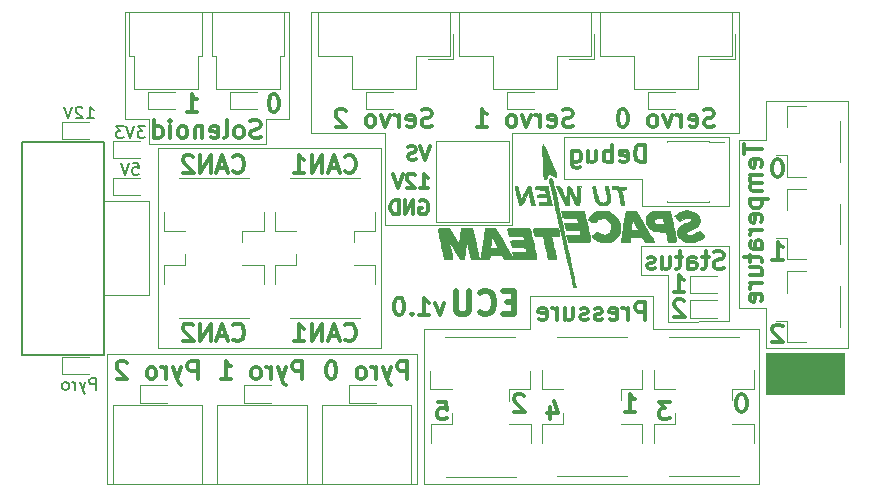
<source format=gbo>
%TF.GenerationSoftware,KiCad,Pcbnew,5.1.12-84ad8e8a86~92~ubuntu20.04.1*%
%TF.CreationDate,2021-12-22T16:18:44+01:00*%
%TF.ProjectId,uHoubolt_PCB_ECU,75486f75-626f-46c7-945f-5043425f4543,rev?*%
%TF.SameCoordinates,PX7270e00PY4c4b400*%
%TF.FileFunction,Legend,Bot*%
%TF.FilePolarity,Positive*%
%FSLAX46Y46*%
G04 Gerber Fmt 4.6, Leading zero omitted, Abs format (unit mm)*
G04 Created by KiCad (PCBNEW 5.1.12-84ad8e8a86~92~ubuntu20.04.1) date 2021-12-22 16:18:44*
%MOMM*%
%LPD*%
G01*
G04 APERTURE LIST*
%ADD10C,0.100000*%
%ADD11C,0.300000*%
%ADD12C,0.120000*%
%ADD13C,0.500000*%
%ADD14C,0.010000*%
%ADD15C,0.150000*%
G04 APERTURE END LIST*
D10*
G36*
X69650000Y-32350000D02*
G01*
X63050000Y-32350000D01*
X63050000Y-28900000D01*
X69650000Y-28900000D01*
X69650000Y-32350000D01*
G37*
X69650000Y-32350000D02*
X63050000Y-32350000D01*
X63050000Y-28900000D01*
X69650000Y-28900000D01*
X69650000Y-32350000D01*
D11*
X33740714Y-16000000D02*
X33855000Y-15942857D01*
X34026428Y-15942857D01*
X34197857Y-16000000D01*
X34312142Y-16114285D01*
X34369285Y-16228571D01*
X34426428Y-16457142D01*
X34426428Y-16628571D01*
X34369285Y-16857142D01*
X34312142Y-16971428D01*
X34197857Y-17085714D01*
X34026428Y-17142857D01*
X33912142Y-17142857D01*
X33740714Y-17085714D01*
X33683571Y-17028571D01*
X33683571Y-16628571D01*
X33912142Y-16628571D01*
X33169285Y-17142857D02*
X33169285Y-15942857D01*
X32483571Y-17142857D01*
X32483571Y-15942857D01*
X31912142Y-17142857D02*
X31912142Y-15942857D01*
X31626428Y-15942857D01*
X31455000Y-16000000D01*
X31340714Y-16114285D01*
X31283571Y-16228571D01*
X31226428Y-16457142D01*
X31226428Y-16628571D01*
X31283571Y-16857142D01*
X31340714Y-16971428D01*
X31455000Y-17085714D01*
X31626428Y-17142857D01*
X31912142Y-17142857D01*
X33740714Y-14892857D02*
X34426428Y-14892857D01*
X34083571Y-14892857D02*
X34083571Y-13692857D01*
X34197857Y-13864285D01*
X34312142Y-13978571D01*
X34426428Y-14035714D01*
X33283571Y-13807142D02*
X33226428Y-13750000D01*
X33112142Y-13692857D01*
X32826428Y-13692857D01*
X32712142Y-13750000D01*
X32655000Y-13807142D01*
X32597857Y-13921428D01*
X32597857Y-14035714D01*
X32655000Y-14207142D01*
X33340714Y-14892857D01*
X32597857Y-14892857D01*
X32255000Y-13692857D02*
X31855000Y-14892857D01*
X31455000Y-13692857D01*
X34540714Y-11342857D02*
X34140714Y-12542857D01*
X33740714Y-11342857D01*
X33397857Y-12485714D02*
X33226428Y-12542857D01*
X32940714Y-12542857D01*
X32826428Y-12485714D01*
X32769285Y-12428571D01*
X32712142Y-12314285D01*
X32712142Y-12200000D01*
X32769285Y-12085714D01*
X32826428Y-12028571D01*
X32940714Y-11971428D01*
X33169285Y-11914285D01*
X33283571Y-11857142D01*
X33340714Y-11800000D01*
X33397857Y-11685714D01*
X33397857Y-11571428D01*
X33340714Y-11457142D01*
X33283571Y-11400000D01*
X33169285Y-11342857D01*
X32883571Y-11342857D01*
X32712142Y-11400000D01*
D12*
X52500000Y-16400000D02*
X59900000Y-16400000D01*
X52500000Y-14100000D02*
X52500000Y-16400000D01*
X45950000Y-14100000D02*
X52500000Y-14100000D01*
X45950000Y-10600000D02*
X45950000Y-14100000D01*
X59900000Y-10600000D02*
X45950000Y-10600000D01*
X59900000Y-16400000D02*
X59900000Y-10600000D01*
X60700000Y0D02*
X24500000Y0D01*
X41500000Y-10250000D02*
X60700000Y-10250000D01*
X41500000Y-18000000D02*
X41500000Y-10250000D01*
X30800000Y-18000000D02*
X41500000Y-18000000D01*
X30800000Y-10250000D02*
X30800000Y-18000000D01*
X24500000Y-10250000D02*
X30800000Y-10250000D01*
X24500000Y0D02*
X24500000Y-10250000D01*
X60700000Y0D02*
X60700000Y-10250000D01*
X8750000Y0D02*
X22650000Y0D01*
X20650000Y-9050000D02*
X20650000Y-11200000D01*
X22650000Y-9050000D02*
X20650000Y-9050000D01*
X22650000Y0D02*
X22650000Y-9050000D01*
X10750000Y-11200000D02*
X20650000Y-11200000D01*
X10750000Y-9050000D02*
X10750000Y-11200000D01*
X8750000Y-9050000D02*
X10750000Y-9050000D01*
X8750000Y0D02*
X8750000Y-9050000D01*
X7250000Y-40000000D02*
X33450000Y-40000000D01*
X7250000Y-28950000D02*
X7250000Y-40000000D01*
X33450000Y-28950000D02*
X7250000Y-28950000D01*
X33450000Y-40000000D02*
X33450000Y-28950000D01*
X30400000Y-11550000D02*
X30400000Y-28450000D01*
X11550000Y-11550000D02*
X30400000Y-11550000D01*
X11550000Y-28450000D02*
X11550000Y-11550000D01*
X30400000Y-28450000D02*
X11550000Y-28450000D01*
X70000000Y-28450000D02*
X70000000Y-7500000D01*
X62450000Y-40000000D02*
X34100000Y-40000000D01*
D11*
X52771428Y-12728571D02*
X52771428Y-11228571D01*
X52414285Y-11228571D01*
X52200000Y-11300000D01*
X52057142Y-11442857D01*
X51985714Y-11585714D01*
X51914285Y-11871428D01*
X51914285Y-12085714D01*
X51985714Y-12371428D01*
X52057142Y-12514285D01*
X52200000Y-12657142D01*
X52414285Y-12728571D01*
X52771428Y-12728571D01*
X50700000Y-12657142D02*
X50842857Y-12728571D01*
X51128571Y-12728571D01*
X51271428Y-12657142D01*
X51342857Y-12514285D01*
X51342857Y-11942857D01*
X51271428Y-11800000D01*
X51128571Y-11728571D01*
X50842857Y-11728571D01*
X50700000Y-11800000D01*
X50628571Y-11942857D01*
X50628571Y-12085714D01*
X51342857Y-12228571D01*
X49985714Y-12728571D02*
X49985714Y-11228571D01*
X49985714Y-11800000D02*
X49842857Y-11728571D01*
X49557142Y-11728571D01*
X49414285Y-11800000D01*
X49342857Y-11871428D01*
X49271428Y-12014285D01*
X49271428Y-12442857D01*
X49342857Y-12585714D01*
X49414285Y-12657142D01*
X49557142Y-12728571D01*
X49842857Y-12728571D01*
X49985714Y-12657142D01*
X47985714Y-11728571D02*
X47985714Y-12728571D01*
X48628571Y-11728571D02*
X48628571Y-12514285D01*
X48557142Y-12657142D01*
X48414285Y-12728571D01*
X48200000Y-12728571D01*
X48057142Y-12657142D01*
X47985714Y-12585714D01*
X46628571Y-11728571D02*
X46628571Y-12942857D01*
X46700000Y-13085714D01*
X46771428Y-13157142D01*
X46914285Y-13228571D01*
X47128571Y-13228571D01*
X47271428Y-13157142D01*
X46628571Y-12657142D02*
X46771428Y-12728571D01*
X47057142Y-12728571D01*
X47200000Y-12657142D01*
X47271428Y-12585714D01*
X47342857Y-12442857D01*
X47342857Y-12014285D01*
X47271428Y-11871428D01*
X47200000Y-11800000D01*
X47057142Y-11728571D01*
X46771428Y-11728571D01*
X46628571Y-11800000D01*
D12*
X52450000Y-19800000D02*
X59900000Y-19800000D01*
X52450000Y-22300000D02*
X52450000Y-19800000D01*
X54700000Y-22300000D02*
X52450000Y-22300000D01*
X54700000Y-26200000D02*
X54700000Y-22300000D01*
X59900000Y-26200000D02*
X54700000Y-26250000D01*
X59900000Y-19800000D02*
X59900000Y-26200000D01*
X63000000Y-7500000D02*
X70000000Y-7500000D01*
X63050000Y-10800000D02*
X63000000Y-7500000D01*
X60700000Y-10800000D02*
X63050000Y-10800000D01*
X60700000Y-25100000D02*
X60700000Y-10800000D01*
X63050000Y-25100000D02*
X60700000Y-25100000D01*
X63050000Y-28450000D02*
X63050000Y-25100000D01*
X70000000Y-28450000D02*
X63050000Y-28450000D01*
X34100000Y-26800000D02*
X34100000Y-40000000D01*
X43050000Y-26800000D02*
X34100000Y-26800000D01*
X43050000Y-24050000D02*
X43050000Y-26800000D01*
X53500000Y-24050000D02*
X43050000Y-24050000D01*
X53500000Y-26800000D02*
X53500000Y-24050000D01*
X62450000Y-26800000D02*
X53500000Y-26800000D01*
X62450000Y-40000000D02*
X62450000Y-26800000D01*
D11*
X59450000Y-21657142D02*
X59235714Y-21728571D01*
X58878571Y-21728571D01*
X58735714Y-21657142D01*
X58664285Y-21585714D01*
X58592857Y-21442857D01*
X58592857Y-21300000D01*
X58664285Y-21157142D01*
X58735714Y-21085714D01*
X58878571Y-21014285D01*
X59164285Y-20942857D01*
X59307142Y-20871428D01*
X59378571Y-20800000D01*
X59450000Y-20657142D01*
X59450000Y-20514285D01*
X59378571Y-20371428D01*
X59307142Y-20300000D01*
X59164285Y-20228571D01*
X58807142Y-20228571D01*
X58592857Y-20300000D01*
X58164285Y-20728571D02*
X57592857Y-20728571D01*
X57950000Y-20228571D02*
X57950000Y-21514285D01*
X57878571Y-21657142D01*
X57735714Y-21728571D01*
X57592857Y-21728571D01*
X56450000Y-21728571D02*
X56450000Y-20942857D01*
X56521428Y-20800000D01*
X56664285Y-20728571D01*
X56950000Y-20728571D01*
X57092857Y-20800000D01*
X56450000Y-21657142D02*
X56592857Y-21728571D01*
X56950000Y-21728571D01*
X57092857Y-21657142D01*
X57164285Y-21514285D01*
X57164285Y-21371428D01*
X57092857Y-21228571D01*
X56950000Y-21157142D01*
X56592857Y-21157142D01*
X56450000Y-21085714D01*
X55950000Y-20728571D02*
X55378571Y-20728571D01*
X55735714Y-20228571D02*
X55735714Y-21514285D01*
X55664285Y-21657142D01*
X55521428Y-21728571D01*
X55378571Y-21728571D01*
X54235714Y-20728571D02*
X54235714Y-21728571D01*
X54878571Y-20728571D02*
X54878571Y-21514285D01*
X54807142Y-21657142D01*
X54664285Y-21728571D01*
X54450000Y-21728571D01*
X54307142Y-21657142D01*
X54235714Y-21585714D01*
X53592857Y-21657142D02*
X53450000Y-21728571D01*
X53164285Y-21728571D01*
X53021428Y-21657142D01*
X52950000Y-21514285D01*
X52950000Y-21442857D01*
X53021428Y-21300000D01*
X53164285Y-21228571D01*
X53378571Y-21228571D01*
X53521428Y-21157142D01*
X53592857Y-21014285D01*
X53592857Y-20942857D01*
X53521428Y-20800000D01*
X53378571Y-20728571D01*
X53164285Y-20728571D01*
X53021428Y-20800000D01*
X61021428Y-32378571D02*
X60878571Y-32378571D01*
X60735714Y-32450000D01*
X60664285Y-32521428D01*
X60592857Y-32664285D01*
X60521428Y-32950000D01*
X60521428Y-33307142D01*
X60592857Y-33592857D01*
X60664285Y-33735714D01*
X60735714Y-33807142D01*
X60878571Y-33878571D01*
X61021428Y-33878571D01*
X61164285Y-33807142D01*
X61235714Y-33735714D01*
X61307142Y-33592857D01*
X61378571Y-33307142D01*
X61378571Y-32950000D01*
X61307142Y-32664285D01*
X61235714Y-32521428D01*
X61164285Y-32450000D01*
X61021428Y-32378571D01*
X35742857Y-24678571D02*
X35385714Y-25678571D01*
X35028571Y-24678571D01*
X33671428Y-25678571D02*
X34528571Y-25678571D01*
X34100000Y-25678571D02*
X34100000Y-24178571D01*
X34242857Y-24392857D01*
X34385714Y-24535714D01*
X34528571Y-24607142D01*
X33028571Y-25535714D02*
X32957142Y-25607142D01*
X33028571Y-25678571D01*
X33100000Y-25607142D01*
X33028571Y-25535714D01*
X33028571Y-25678571D01*
X32028571Y-24178571D02*
X31885714Y-24178571D01*
X31742857Y-24250000D01*
X31671428Y-24321428D01*
X31600000Y-24464285D01*
X31528571Y-24750000D01*
X31528571Y-25107142D01*
X31600000Y-25392857D01*
X31671428Y-25535714D01*
X31742857Y-25607142D01*
X31885714Y-25678571D01*
X32028571Y-25678571D01*
X32171428Y-25607142D01*
X32242857Y-25535714D01*
X32314285Y-25392857D01*
X32385714Y-25107142D01*
X32385714Y-24750000D01*
X32314285Y-24464285D01*
X32242857Y-24321428D01*
X32171428Y-24250000D01*
X32028571Y-24178571D01*
D13*
X41726190Y-24557142D02*
X41059523Y-24557142D01*
X40773809Y-25604761D02*
X41726190Y-25604761D01*
X41726190Y-23604761D01*
X40773809Y-23604761D01*
X38773809Y-25414285D02*
X38869047Y-25509523D01*
X39154761Y-25604761D01*
X39345238Y-25604761D01*
X39630952Y-25509523D01*
X39821428Y-25319047D01*
X39916666Y-25128571D01*
X40011904Y-24747619D01*
X40011904Y-24461904D01*
X39916666Y-24080952D01*
X39821428Y-23890476D01*
X39630952Y-23700000D01*
X39345238Y-23604761D01*
X39154761Y-23604761D01*
X38869047Y-23700000D01*
X38773809Y-23795238D01*
X37916666Y-23604761D02*
X37916666Y-25223809D01*
X37821428Y-25414285D01*
X37726190Y-25509523D01*
X37535714Y-25604761D01*
X37154761Y-25604761D01*
X36964285Y-25509523D01*
X36869047Y-25414285D01*
X36773809Y-25223809D01*
X36773809Y-23604761D01*
D11*
X27378571Y-27735714D02*
X27450000Y-27807142D01*
X27664285Y-27878571D01*
X27807142Y-27878571D01*
X28021428Y-27807142D01*
X28164285Y-27664285D01*
X28235714Y-27521428D01*
X28307142Y-27235714D01*
X28307142Y-27021428D01*
X28235714Y-26735714D01*
X28164285Y-26592857D01*
X28021428Y-26450000D01*
X27807142Y-26378571D01*
X27664285Y-26378571D01*
X27450000Y-26450000D01*
X27378571Y-26521428D01*
X26807142Y-27450000D02*
X26092857Y-27450000D01*
X26950000Y-27878571D02*
X26450000Y-26378571D01*
X25950000Y-27878571D01*
X25450000Y-27878571D02*
X25450000Y-26378571D01*
X24592857Y-27878571D01*
X24592857Y-26378571D01*
X23092857Y-27878571D02*
X23950000Y-27878571D01*
X23521428Y-27878571D02*
X23521428Y-26378571D01*
X23664285Y-26592857D01*
X23807142Y-26735714D01*
X23950000Y-26807142D01*
X17928571Y-27735714D02*
X18000000Y-27807142D01*
X18214285Y-27878571D01*
X18357142Y-27878571D01*
X18571428Y-27807142D01*
X18714285Y-27664285D01*
X18785714Y-27521428D01*
X18857142Y-27235714D01*
X18857142Y-27021428D01*
X18785714Y-26735714D01*
X18714285Y-26592857D01*
X18571428Y-26450000D01*
X18357142Y-26378571D01*
X18214285Y-26378571D01*
X18000000Y-26450000D01*
X17928571Y-26521428D01*
X17357142Y-27450000D02*
X16642857Y-27450000D01*
X17500000Y-27878571D02*
X17000000Y-26378571D01*
X16500000Y-27878571D01*
X16000000Y-27878571D02*
X16000000Y-26378571D01*
X15142857Y-27878571D01*
X15142857Y-26378571D01*
X14500000Y-26521428D02*
X14428571Y-26450000D01*
X14285714Y-26378571D01*
X13928571Y-26378571D01*
X13785714Y-26450000D01*
X13714285Y-26521428D01*
X13642857Y-26664285D01*
X13642857Y-26807142D01*
X13714285Y-27021428D01*
X14571428Y-27878571D01*
X13642857Y-27878571D01*
X17928571Y-13485714D02*
X18000000Y-13557142D01*
X18214285Y-13628571D01*
X18357142Y-13628571D01*
X18571428Y-13557142D01*
X18714285Y-13414285D01*
X18785714Y-13271428D01*
X18857142Y-12985714D01*
X18857142Y-12771428D01*
X18785714Y-12485714D01*
X18714285Y-12342857D01*
X18571428Y-12200000D01*
X18357142Y-12128571D01*
X18214285Y-12128571D01*
X18000000Y-12200000D01*
X17928571Y-12271428D01*
X17357142Y-13200000D02*
X16642857Y-13200000D01*
X17500000Y-13628571D02*
X17000000Y-12128571D01*
X16500000Y-13628571D01*
X16000000Y-13628571D02*
X16000000Y-12128571D01*
X15142857Y-13628571D01*
X15142857Y-12128571D01*
X14500000Y-12271428D02*
X14428571Y-12200000D01*
X14285714Y-12128571D01*
X13928571Y-12128571D01*
X13785714Y-12200000D01*
X13714285Y-12271428D01*
X13642857Y-12414285D01*
X13642857Y-12557142D01*
X13714285Y-12771428D01*
X14571428Y-13628571D01*
X13642857Y-13628571D01*
X27378571Y-13485714D02*
X27450000Y-13557142D01*
X27664285Y-13628571D01*
X27807142Y-13628571D01*
X28021428Y-13557142D01*
X28164285Y-13414285D01*
X28235714Y-13271428D01*
X28307142Y-12985714D01*
X28307142Y-12771428D01*
X28235714Y-12485714D01*
X28164285Y-12342857D01*
X28021428Y-12200000D01*
X27807142Y-12128571D01*
X27664285Y-12128571D01*
X27450000Y-12200000D01*
X27378571Y-12271428D01*
X26807142Y-13200000D02*
X26092857Y-13200000D01*
X26950000Y-13628571D02*
X26450000Y-12128571D01*
X25950000Y-13628571D01*
X25450000Y-13628571D02*
X25450000Y-12128571D01*
X24592857Y-13628571D01*
X24592857Y-12128571D01*
X23092857Y-13628571D02*
X23950000Y-13628571D01*
X23521428Y-13628571D02*
X23521428Y-12128571D01*
X23664285Y-12342857D01*
X23807142Y-12485714D01*
X23950000Y-12557142D01*
X56078571Y-24471428D02*
X56007142Y-24400000D01*
X55864285Y-24328571D01*
X55507142Y-24328571D01*
X55364285Y-24400000D01*
X55292857Y-24471428D01*
X55221428Y-24614285D01*
X55221428Y-24757142D01*
X55292857Y-24971428D01*
X56150000Y-25828571D01*
X55221428Y-25828571D01*
X64071428Y-12478571D02*
X63928571Y-12478571D01*
X63785714Y-12550000D01*
X63714285Y-12621428D01*
X63642857Y-12764285D01*
X63571428Y-13050000D01*
X63571428Y-13407142D01*
X63642857Y-13692857D01*
X63714285Y-13835714D01*
X63785714Y-13907142D01*
X63928571Y-13978571D01*
X64071428Y-13978571D01*
X64214285Y-13907142D01*
X64285714Y-13835714D01*
X64357142Y-13692857D01*
X64428571Y-13407142D01*
X64428571Y-13050000D01*
X64357142Y-12764285D01*
X64285714Y-12621428D01*
X64214285Y-12550000D01*
X64071428Y-12478571D01*
X63571428Y-20978571D02*
X64428571Y-20978571D01*
X64000000Y-20978571D02*
X64000000Y-19478571D01*
X64142857Y-19692857D01*
X64285714Y-19835714D01*
X64428571Y-19907142D01*
X64428571Y-26621428D02*
X64357142Y-26550000D01*
X64214285Y-26478571D01*
X63857142Y-26478571D01*
X63714285Y-26550000D01*
X63642857Y-26621428D01*
X63571428Y-26764285D01*
X63571428Y-26907142D01*
X63642857Y-27121428D01*
X64500000Y-27978571D01*
X63571428Y-27978571D01*
X61178571Y-11200000D02*
X61178571Y-12057142D01*
X62678571Y-11628571D02*
X61178571Y-11628571D01*
X62607142Y-13128571D02*
X62678571Y-12985714D01*
X62678571Y-12700000D01*
X62607142Y-12557142D01*
X62464285Y-12485714D01*
X61892857Y-12485714D01*
X61750000Y-12557142D01*
X61678571Y-12700000D01*
X61678571Y-12985714D01*
X61750000Y-13128571D01*
X61892857Y-13200000D01*
X62035714Y-13200000D01*
X62178571Y-12485714D01*
X62678571Y-13842857D02*
X61678571Y-13842857D01*
X61821428Y-13842857D02*
X61750000Y-13914285D01*
X61678571Y-14057142D01*
X61678571Y-14271428D01*
X61750000Y-14414285D01*
X61892857Y-14485714D01*
X62678571Y-14485714D01*
X61892857Y-14485714D02*
X61750000Y-14557142D01*
X61678571Y-14700000D01*
X61678571Y-14914285D01*
X61750000Y-15057142D01*
X61892857Y-15128571D01*
X62678571Y-15128571D01*
X61678571Y-15842857D02*
X63178571Y-15842857D01*
X61750000Y-15842857D02*
X61678571Y-15985714D01*
X61678571Y-16271428D01*
X61750000Y-16414285D01*
X61821428Y-16485714D01*
X61964285Y-16557142D01*
X62392857Y-16557142D01*
X62535714Y-16485714D01*
X62607142Y-16414285D01*
X62678571Y-16271428D01*
X62678571Y-15985714D01*
X62607142Y-15842857D01*
X62607142Y-17771428D02*
X62678571Y-17628571D01*
X62678571Y-17342857D01*
X62607142Y-17200000D01*
X62464285Y-17128571D01*
X61892857Y-17128571D01*
X61750000Y-17200000D01*
X61678571Y-17342857D01*
X61678571Y-17628571D01*
X61750000Y-17771428D01*
X61892857Y-17842857D01*
X62035714Y-17842857D01*
X62178571Y-17128571D01*
X62678571Y-18485714D02*
X61678571Y-18485714D01*
X61964285Y-18485714D02*
X61821428Y-18557142D01*
X61750000Y-18628571D01*
X61678571Y-18771428D01*
X61678571Y-18914285D01*
X62678571Y-20057142D02*
X61892857Y-20057142D01*
X61750000Y-19985714D01*
X61678571Y-19842857D01*
X61678571Y-19557142D01*
X61750000Y-19414285D01*
X62607142Y-20057142D02*
X62678571Y-19914285D01*
X62678571Y-19557142D01*
X62607142Y-19414285D01*
X62464285Y-19342857D01*
X62321428Y-19342857D01*
X62178571Y-19414285D01*
X62107142Y-19557142D01*
X62107142Y-19914285D01*
X62035714Y-20057142D01*
X61678571Y-20557142D02*
X61678571Y-21128571D01*
X61178571Y-20771428D02*
X62464285Y-20771428D01*
X62607142Y-20842857D01*
X62678571Y-20985714D01*
X62678571Y-21128571D01*
X61678571Y-22271428D02*
X62678571Y-22271428D01*
X61678571Y-21628571D02*
X62464285Y-21628571D01*
X62607142Y-21700000D01*
X62678571Y-21842857D01*
X62678571Y-22057142D01*
X62607142Y-22200000D01*
X62535714Y-22271428D01*
X62678571Y-22985714D02*
X61678571Y-22985714D01*
X61964285Y-22985714D02*
X61821428Y-23057142D01*
X61750000Y-23128571D01*
X61678571Y-23271428D01*
X61678571Y-23414285D01*
X62607142Y-24485714D02*
X62678571Y-24342857D01*
X62678571Y-24057142D01*
X62607142Y-23914285D01*
X62464285Y-23842857D01*
X61892857Y-23842857D01*
X61750000Y-23914285D01*
X61678571Y-24057142D01*
X61678571Y-24342857D01*
X61750000Y-24485714D01*
X61892857Y-24557142D01*
X62035714Y-24557142D01*
X62178571Y-23842857D01*
X34721428Y-9657142D02*
X34507142Y-9728571D01*
X34150000Y-9728571D01*
X34007142Y-9657142D01*
X33935714Y-9585714D01*
X33864285Y-9442857D01*
X33864285Y-9300000D01*
X33935714Y-9157142D01*
X34007142Y-9085714D01*
X34150000Y-9014285D01*
X34435714Y-8942857D01*
X34578571Y-8871428D01*
X34650000Y-8800000D01*
X34721428Y-8657142D01*
X34721428Y-8514285D01*
X34650000Y-8371428D01*
X34578571Y-8300000D01*
X34435714Y-8228571D01*
X34078571Y-8228571D01*
X33864285Y-8300000D01*
X32650000Y-9657142D02*
X32792857Y-9728571D01*
X33078571Y-9728571D01*
X33221428Y-9657142D01*
X33292857Y-9514285D01*
X33292857Y-8942857D01*
X33221428Y-8800000D01*
X33078571Y-8728571D01*
X32792857Y-8728571D01*
X32650000Y-8800000D01*
X32578571Y-8942857D01*
X32578571Y-9085714D01*
X33292857Y-9228571D01*
X31935714Y-9728571D02*
X31935714Y-8728571D01*
X31935714Y-9014285D02*
X31864285Y-8871428D01*
X31792857Y-8800000D01*
X31650000Y-8728571D01*
X31507142Y-8728571D01*
X31150000Y-8728571D02*
X30792857Y-9728571D01*
X30435714Y-8728571D01*
X29650000Y-9728571D02*
X29792857Y-9657142D01*
X29864285Y-9585714D01*
X29935714Y-9442857D01*
X29935714Y-9014285D01*
X29864285Y-8871428D01*
X29792857Y-8800000D01*
X29650000Y-8728571D01*
X29435714Y-8728571D01*
X29292857Y-8800000D01*
X29221428Y-8871428D01*
X29150000Y-9014285D01*
X29150000Y-9442857D01*
X29221428Y-9585714D01*
X29292857Y-9657142D01*
X29435714Y-9728571D01*
X29650000Y-9728571D01*
X27435714Y-8371428D02*
X27364285Y-8300000D01*
X27221428Y-8228571D01*
X26864285Y-8228571D01*
X26721428Y-8300000D01*
X26650000Y-8371428D01*
X26578571Y-8514285D01*
X26578571Y-8657142D01*
X26650000Y-8871428D01*
X27507142Y-9728571D01*
X26578571Y-9728571D01*
X46671428Y-9657142D02*
X46457142Y-9728571D01*
X46100000Y-9728571D01*
X45957142Y-9657142D01*
X45885714Y-9585714D01*
X45814285Y-9442857D01*
X45814285Y-9300000D01*
X45885714Y-9157142D01*
X45957142Y-9085714D01*
X46100000Y-9014285D01*
X46385714Y-8942857D01*
X46528571Y-8871428D01*
X46600000Y-8800000D01*
X46671428Y-8657142D01*
X46671428Y-8514285D01*
X46600000Y-8371428D01*
X46528571Y-8300000D01*
X46385714Y-8228571D01*
X46028571Y-8228571D01*
X45814285Y-8300000D01*
X44600000Y-9657142D02*
X44742857Y-9728571D01*
X45028571Y-9728571D01*
X45171428Y-9657142D01*
X45242857Y-9514285D01*
X45242857Y-8942857D01*
X45171428Y-8800000D01*
X45028571Y-8728571D01*
X44742857Y-8728571D01*
X44600000Y-8800000D01*
X44528571Y-8942857D01*
X44528571Y-9085714D01*
X45242857Y-9228571D01*
X43885714Y-9728571D02*
X43885714Y-8728571D01*
X43885714Y-9014285D02*
X43814285Y-8871428D01*
X43742857Y-8800000D01*
X43600000Y-8728571D01*
X43457142Y-8728571D01*
X43100000Y-8728571D02*
X42742857Y-9728571D01*
X42385714Y-8728571D01*
X41600000Y-9728571D02*
X41742857Y-9657142D01*
X41814285Y-9585714D01*
X41885714Y-9442857D01*
X41885714Y-9014285D01*
X41814285Y-8871428D01*
X41742857Y-8800000D01*
X41600000Y-8728571D01*
X41385714Y-8728571D01*
X41242857Y-8800000D01*
X41171428Y-8871428D01*
X41100000Y-9014285D01*
X41100000Y-9442857D01*
X41171428Y-9585714D01*
X41242857Y-9657142D01*
X41385714Y-9728571D01*
X41600000Y-9728571D01*
X38528571Y-9728571D02*
X39385714Y-9728571D01*
X38957142Y-9728571D02*
X38957142Y-8228571D01*
X39100000Y-8442857D01*
X39242857Y-8585714D01*
X39385714Y-8657142D01*
X58621428Y-9657142D02*
X58407142Y-9728571D01*
X58050000Y-9728571D01*
X57907142Y-9657142D01*
X57835714Y-9585714D01*
X57764285Y-9442857D01*
X57764285Y-9300000D01*
X57835714Y-9157142D01*
X57907142Y-9085714D01*
X58050000Y-9014285D01*
X58335714Y-8942857D01*
X58478571Y-8871428D01*
X58550000Y-8800000D01*
X58621428Y-8657142D01*
X58621428Y-8514285D01*
X58550000Y-8371428D01*
X58478571Y-8300000D01*
X58335714Y-8228571D01*
X57978571Y-8228571D01*
X57764285Y-8300000D01*
X56550000Y-9657142D02*
X56692857Y-9728571D01*
X56978571Y-9728571D01*
X57121428Y-9657142D01*
X57192857Y-9514285D01*
X57192857Y-8942857D01*
X57121428Y-8800000D01*
X56978571Y-8728571D01*
X56692857Y-8728571D01*
X56550000Y-8800000D01*
X56478571Y-8942857D01*
X56478571Y-9085714D01*
X57192857Y-9228571D01*
X55835714Y-9728571D02*
X55835714Y-8728571D01*
X55835714Y-9014285D02*
X55764285Y-8871428D01*
X55692857Y-8800000D01*
X55550000Y-8728571D01*
X55407142Y-8728571D01*
X55050000Y-8728571D02*
X54692857Y-9728571D01*
X54335714Y-8728571D01*
X53550000Y-9728571D02*
X53692857Y-9657142D01*
X53764285Y-9585714D01*
X53835714Y-9442857D01*
X53835714Y-9014285D01*
X53764285Y-8871428D01*
X53692857Y-8800000D01*
X53550000Y-8728571D01*
X53335714Y-8728571D01*
X53192857Y-8800000D01*
X53121428Y-8871428D01*
X53050000Y-9014285D01*
X53050000Y-9442857D01*
X53121428Y-9585714D01*
X53192857Y-9657142D01*
X53335714Y-9728571D01*
X53550000Y-9728571D01*
X50978571Y-8228571D02*
X50835714Y-8228571D01*
X50692857Y-8300000D01*
X50621428Y-8371428D01*
X50550000Y-8514285D01*
X50478571Y-8800000D01*
X50478571Y-9157142D01*
X50550000Y-9442857D01*
X50621428Y-9585714D01*
X50692857Y-9657142D01*
X50835714Y-9728571D01*
X50978571Y-9728571D01*
X51121428Y-9657142D01*
X51192857Y-9585714D01*
X51264285Y-9442857D01*
X51335714Y-9157142D01*
X51335714Y-8800000D01*
X51264285Y-8514285D01*
X51192857Y-8371428D01*
X51121428Y-8300000D01*
X50978571Y-8228571D01*
X13971428Y-8478571D02*
X14828571Y-8478571D01*
X14400000Y-8478571D02*
X14400000Y-6978571D01*
X14542857Y-7192857D01*
X14685714Y-7335714D01*
X14828571Y-7407142D01*
X21421428Y-6978571D02*
X21278571Y-6978571D01*
X21135714Y-7050000D01*
X21064285Y-7121428D01*
X20992857Y-7264285D01*
X20921428Y-7550000D01*
X20921428Y-7907142D01*
X20992857Y-8192857D01*
X21064285Y-8335714D01*
X21135714Y-8407142D01*
X21278571Y-8478571D01*
X21421428Y-8478571D01*
X21564285Y-8407142D01*
X21635714Y-8335714D01*
X21707142Y-8192857D01*
X21778571Y-7907142D01*
X21778571Y-7550000D01*
X21707142Y-7264285D01*
X21635714Y-7121428D01*
X21564285Y-7050000D01*
X21421428Y-6978571D01*
X20235714Y-10607142D02*
X20021428Y-10678571D01*
X19664285Y-10678571D01*
X19521428Y-10607142D01*
X19450000Y-10535714D01*
X19378571Y-10392857D01*
X19378571Y-10250000D01*
X19450000Y-10107142D01*
X19521428Y-10035714D01*
X19664285Y-9964285D01*
X19950000Y-9892857D01*
X20092857Y-9821428D01*
X20164285Y-9750000D01*
X20235714Y-9607142D01*
X20235714Y-9464285D01*
X20164285Y-9321428D01*
X20092857Y-9250000D01*
X19950000Y-9178571D01*
X19592857Y-9178571D01*
X19378571Y-9250000D01*
X18521428Y-10678571D02*
X18664285Y-10607142D01*
X18735714Y-10535714D01*
X18807142Y-10392857D01*
X18807142Y-9964285D01*
X18735714Y-9821428D01*
X18664285Y-9750000D01*
X18521428Y-9678571D01*
X18307142Y-9678571D01*
X18164285Y-9750000D01*
X18092857Y-9821428D01*
X18021428Y-9964285D01*
X18021428Y-10392857D01*
X18092857Y-10535714D01*
X18164285Y-10607142D01*
X18307142Y-10678571D01*
X18521428Y-10678571D01*
X17164285Y-10678571D02*
X17307142Y-10607142D01*
X17378571Y-10464285D01*
X17378571Y-9178571D01*
X16021428Y-10607142D02*
X16164285Y-10678571D01*
X16450000Y-10678571D01*
X16592857Y-10607142D01*
X16664285Y-10464285D01*
X16664285Y-9892857D01*
X16592857Y-9750000D01*
X16450000Y-9678571D01*
X16164285Y-9678571D01*
X16021428Y-9750000D01*
X15950000Y-9892857D01*
X15950000Y-10035714D01*
X16664285Y-10178571D01*
X15307142Y-9678571D02*
X15307142Y-10678571D01*
X15307142Y-9821428D02*
X15235714Y-9750000D01*
X15092857Y-9678571D01*
X14878571Y-9678571D01*
X14735714Y-9750000D01*
X14664285Y-9892857D01*
X14664285Y-10678571D01*
X13735714Y-10678571D02*
X13878571Y-10607142D01*
X13950000Y-10535714D01*
X14021428Y-10392857D01*
X14021428Y-9964285D01*
X13950000Y-9821428D01*
X13878571Y-9750000D01*
X13735714Y-9678571D01*
X13521428Y-9678571D01*
X13378571Y-9750000D01*
X13307142Y-9821428D01*
X13235714Y-9964285D01*
X13235714Y-10392857D01*
X13307142Y-10535714D01*
X13378571Y-10607142D01*
X13521428Y-10678571D01*
X13735714Y-10678571D01*
X12592857Y-10678571D02*
X12592857Y-9678571D01*
X12592857Y-9178571D02*
X12664285Y-9250000D01*
X12592857Y-9321428D01*
X12521428Y-9250000D01*
X12592857Y-9178571D01*
X12592857Y-9321428D01*
X11235714Y-10678571D02*
X11235714Y-9178571D01*
X11235714Y-10607142D02*
X11378571Y-10678571D01*
X11664285Y-10678571D01*
X11807142Y-10607142D01*
X11878571Y-10535714D01*
X11950000Y-10392857D01*
X11950000Y-9964285D01*
X11878571Y-9821428D01*
X11807142Y-9750000D01*
X11664285Y-9678571D01*
X11378571Y-9678571D01*
X11235714Y-9750000D01*
X52800000Y-26078571D02*
X52800000Y-24578571D01*
X52228571Y-24578571D01*
X52085714Y-24650000D01*
X52014285Y-24721428D01*
X51942857Y-24864285D01*
X51942857Y-25078571D01*
X52014285Y-25221428D01*
X52085714Y-25292857D01*
X52228571Y-25364285D01*
X52800000Y-25364285D01*
X51300000Y-26078571D02*
X51300000Y-25078571D01*
X51300000Y-25364285D02*
X51228571Y-25221428D01*
X51157142Y-25150000D01*
X51014285Y-25078571D01*
X50871428Y-25078571D01*
X49800000Y-26007142D02*
X49942857Y-26078571D01*
X50228571Y-26078571D01*
X50371428Y-26007142D01*
X50442857Y-25864285D01*
X50442857Y-25292857D01*
X50371428Y-25150000D01*
X50228571Y-25078571D01*
X49942857Y-25078571D01*
X49800000Y-25150000D01*
X49728571Y-25292857D01*
X49728571Y-25435714D01*
X50442857Y-25578571D01*
X49157142Y-26007142D02*
X49014285Y-26078571D01*
X48728571Y-26078571D01*
X48585714Y-26007142D01*
X48514285Y-25864285D01*
X48514285Y-25792857D01*
X48585714Y-25650000D01*
X48728571Y-25578571D01*
X48942857Y-25578571D01*
X49085714Y-25507142D01*
X49157142Y-25364285D01*
X49157142Y-25292857D01*
X49085714Y-25150000D01*
X48942857Y-25078571D01*
X48728571Y-25078571D01*
X48585714Y-25150000D01*
X47942857Y-26007142D02*
X47800000Y-26078571D01*
X47514285Y-26078571D01*
X47371428Y-26007142D01*
X47300000Y-25864285D01*
X47300000Y-25792857D01*
X47371428Y-25650000D01*
X47514285Y-25578571D01*
X47728571Y-25578571D01*
X47871428Y-25507142D01*
X47942857Y-25364285D01*
X47942857Y-25292857D01*
X47871428Y-25150000D01*
X47728571Y-25078571D01*
X47514285Y-25078571D01*
X47371428Y-25150000D01*
X46014285Y-25078571D02*
X46014285Y-26078571D01*
X46657142Y-25078571D02*
X46657142Y-25864285D01*
X46585714Y-26007142D01*
X46442857Y-26078571D01*
X46228571Y-26078571D01*
X46085714Y-26007142D01*
X46014285Y-25935714D01*
X45300000Y-26078571D02*
X45300000Y-25078571D01*
X45300000Y-25364285D02*
X45228571Y-25221428D01*
X45157142Y-25150000D01*
X45014285Y-25078571D01*
X44871428Y-25078571D01*
X43800000Y-26007142D02*
X43942857Y-26078571D01*
X44228571Y-26078571D01*
X44371428Y-26007142D01*
X44442857Y-25864285D01*
X44442857Y-25292857D01*
X44371428Y-25150000D01*
X44228571Y-25078571D01*
X43942857Y-25078571D01*
X43800000Y-25150000D01*
X43728571Y-25292857D01*
X43728571Y-25435714D01*
X44442857Y-25578571D01*
X14892857Y-31078571D02*
X14892857Y-29578571D01*
X14321428Y-29578571D01*
X14178571Y-29650000D01*
X14107142Y-29721428D01*
X14035714Y-29864285D01*
X14035714Y-30078571D01*
X14107142Y-30221428D01*
X14178571Y-30292857D01*
X14321428Y-30364285D01*
X14892857Y-30364285D01*
X13535714Y-30078571D02*
X13178571Y-31078571D01*
X12821428Y-30078571D02*
X13178571Y-31078571D01*
X13321428Y-31435714D01*
X13392857Y-31507142D01*
X13535714Y-31578571D01*
X12250000Y-31078571D02*
X12250000Y-30078571D01*
X12250000Y-30364285D02*
X12178571Y-30221428D01*
X12107142Y-30150000D01*
X11964285Y-30078571D01*
X11821428Y-30078571D01*
X11107142Y-31078571D02*
X11250000Y-31007142D01*
X11321428Y-30935714D01*
X11392857Y-30792857D01*
X11392857Y-30364285D01*
X11321428Y-30221428D01*
X11250000Y-30150000D01*
X11107142Y-30078571D01*
X10892857Y-30078571D01*
X10750000Y-30150000D01*
X10678571Y-30221428D01*
X10607142Y-30364285D01*
X10607142Y-30792857D01*
X10678571Y-30935714D01*
X10750000Y-31007142D01*
X10892857Y-31078571D01*
X11107142Y-31078571D01*
X8892857Y-29721428D02*
X8821428Y-29650000D01*
X8678571Y-29578571D01*
X8321428Y-29578571D01*
X8178571Y-29650000D01*
X8107142Y-29721428D01*
X8035714Y-29864285D01*
X8035714Y-30007142D01*
X8107142Y-30221428D01*
X8964285Y-31078571D01*
X8035714Y-31078571D01*
X23742857Y-31078571D02*
X23742857Y-29578571D01*
X23171428Y-29578571D01*
X23028571Y-29650000D01*
X22957142Y-29721428D01*
X22885714Y-29864285D01*
X22885714Y-30078571D01*
X22957142Y-30221428D01*
X23028571Y-30292857D01*
X23171428Y-30364285D01*
X23742857Y-30364285D01*
X22385714Y-30078571D02*
X22028571Y-31078571D01*
X21671428Y-30078571D02*
X22028571Y-31078571D01*
X22171428Y-31435714D01*
X22242857Y-31507142D01*
X22385714Y-31578571D01*
X21100000Y-31078571D02*
X21100000Y-30078571D01*
X21100000Y-30364285D02*
X21028571Y-30221428D01*
X20957142Y-30150000D01*
X20814285Y-30078571D01*
X20671428Y-30078571D01*
X19957142Y-31078571D02*
X20100000Y-31007142D01*
X20171428Y-30935714D01*
X20242857Y-30792857D01*
X20242857Y-30364285D01*
X20171428Y-30221428D01*
X20100000Y-30150000D01*
X19957142Y-30078571D01*
X19742857Y-30078571D01*
X19600000Y-30150000D01*
X19528571Y-30221428D01*
X19457142Y-30364285D01*
X19457142Y-30792857D01*
X19528571Y-30935714D01*
X19600000Y-31007142D01*
X19742857Y-31078571D01*
X19957142Y-31078571D01*
X16885714Y-31078571D02*
X17742857Y-31078571D01*
X17314285Y-31078571D02*
X17314285Y-29578571D01*
X17457142Y-29792857D01*
X17600000Y-29935714D01*
X17742857Y-30007142D01*
X32642857Y-31078571D02*
X32642857Y-29578571D01*
X32071428Y-29578571D01*
X31928571Y-29650000D01*
X31857142Y-29721428D01*
X31785714Y-29864285D01*
X31785714Y-30078571D01*
X31857142Y-30221428D01*
X31928571Y-30292857D01*
X32071428Y-30364285D01*
X32642857Y-30364285D01*
X31285714Y-30078571D02*
X30928571Y-31078571D01*
X30571428Y-30078571D02*
X30928571Y-31078571D01*
X31071428Y-31435714D01*
X31142857Y-31507142D01*
X31285714Y-31578571D01*
X30000000Y-31078571D02*
X30000000Y-30078571D01*
X30000000Y-30364285D02*
X29928571Y-30221428D01*
X29857142Y-30150000D01*
X29714285Y-30078571D01*
X29571428Y-30078571D01*
X28857142Y-31078571D02*
X29000000Y-31007142D01*
X29071428Y-30935714D01*
X29142857Y-30792857D01*
X29142857Y-30364285D01*
X29071428Y-30221428D01*
X29000000Y-30150000D01*
X28857142Y-30078571D01*
X28642857Y-30078571D01*
X28500000Y-30150000D01*
X28428571Y-30221428D01*
X28357142Y-30364285D01*
X28357142Y-30792857D01*
X28428571Y-30935714D01*
X28500000Y-31007142D01*
X28642857Y-31078571D01*
X28857142Y-31078571D01*
X26285714Y-29578571D02*
X26142857Y-29578571D01*
X26000000Y-29650000D01*
X25928571Y-29721428D01*
X25857142Y-29864285D01*
X25785714Y-30150000D01*
X25785714Y-30507142D01*
X25857142Y-30792857D01*
X25928571Y-30935714D01*
X26000000Y-31007142D01*
X26142857Y-31078571D01*
X26285714Y-31078571D01*
X26428571Y-31007142D01*
X26500000Y-30935714D01*
X26571428Y-30792857D01*
X26642857Y-30507142D01*
X26642857Y-30150000D01*
X26571428Y-29864285D01*
X26500000Y-29721428D01*
X26428571Y-29650000D01*
X26285714Y-29578571D01*
X54900000Y-32978571D02*
X53971428Y-32978571D01*
X54471428Y-33550000D01*
X54257142Y-33550000D01*
X54114285Y-33621428D01*
X54042857Y-33692857D01*
X53971428Y-33835714D01*
X53971428Y-34192857D01*
X54042857Y-34335714D01*
X54114285Y-34407142D01*
X54257142Y-34478571D01*
X54685714Y-34478571D01*
X54828571Y-34407142D01*
X54900000Y-34335714D01*
X44714285Y-33478571D02*
X44714285Y-34478571D01*
X45071428Y-32907142D02*
X45428571Y-33978571D01*
X44500000Y-33978571D01*
X35242857Y-32978571D02*
X35957142Y-32978571D01*
X36028571Y-33692857D01*
X35957142Y-33621428D01*
X35814285Y-33550000D01*
X35457142Y-33550000D01*
X35314285Y-33621428D01*
X35242857Y-33692857D01*
X35171428Y-33835714D01*
X35171428Y-34192857D01*
X35242857Y-34335714D01*
X35314285Y-34407142D01*
X35457142Y-34478571D01*
X35814285Y-34478571D01*
X35957142Y-34407142D01*
X36028571Y-34335714D01*
X42528571Y-32521428D02*
X42457142Y-32450000D01*
X42314285Y-32378571D01*
X41957142Y-32378571D01*
X41814285Y-32450000D01*
X41742857Y-32521428D01*
X41671428Y-32664285D01*
X41671428Y-32807142D01*
X41742857Y-33021428D01*
X42600000Y-33878571D01*
X41671428Y-33878571D01*
X51071428Y-33878571D02*
X51928571Y-33878571D01*
X51500000Y-33878571D02*
X51500000Y-32378571D01*
X51642857Y-32592857D01*
X51785714Y-32735714D01*
X51928571Y-32807142D01*
X55221428Y-23728571D02*
X56078571Y-23728571D01*
X55650000Y-23728571D02*
X55650000Y-22228571D01*
X55792857Y-22442857D01*
X55935714Y-22585714D01*
X56078571Y-22657142D01*
D14*
%TO.C,G1*%
G36*
X44773874Y-14023799D02*
G01*
X44743921Y-14042195D01*
X44718381Y-14062640D01*
X44661377Y-14149456D01*
X44652727Y-14195296D01*
X44662772Y-14250451D01*
X44691982Y-14389463D01*
X44738976Y-14606140D01*
X44802370Y-14894289D01*
X44880780Y-15247719D01*
X44972823Y-15660238D01*
X45077116Y-16125653D01*
X45192275Y-16637774D01*
X45316916Y-17190406D01*
X45449658Y-17777360D01*
X45589115Y-18392443D01*
X45668727Y-18742900D01*
X45811112Y-19369443D01*
X45947565Y-19970245D01*
X46076710Y-20539223D01*
X46197168Y-21070290D01*
X46307562Y-21557362D01*
X46406514Y-21994353D01*
X46492648Y-22375178D01*
X46564585Y-22693751D01*
X46620947Y-22943987D01*
X46660358Y-23119801D01*
X46681440Y-23215108D01*
X46684727Y-23231077D01*
X46724192Y-23245453D01*
X46794286Y-23249818D01*
X46903845Y-23249818D01*
X46801660Y-22776454D01*
X46776852Y-22660990D01*
X46734359Y-22462560D01*
X46675753Y-22188530D01*
X46602608Y-21846268D01*
X46516496Y-21443141D01*
X46418992Y-20986516D01*
X46311667Y-20483761D01*
X46196096Y-19942241D01*
X46073850Y-19369326D01*
X45946505Y-18772381D01*
X45826207Y-18208363D01*
X45672752Y-17489110D01*
X45537155Y-16855051D01*
X45418041Y-16301040D01*
X45314035Y-15821933D01*
X45223762Y-15412583D01*
X45145847Y-15067846D01*
X45078916Y-14782576D01*
X45021593Y-14551628D01*
X44972504Y-14369856D01*
X44930273Y-14232116D01*
X44893526Y-14133262D01*
X44860887Y-14068148D01*
X44830982Y-14031630D01*
X44802436Y-14018562D01*
X44773874Y-14023799D01*
G37*
X44773874Y-14023799D02*
X44743921Y-14042195D01*
X44718381Y-14062640D01*
X44661377Y-14149456D01*
X44652727Y-14195296D01*
X44662772Y-14250451D01*
X44691982Y-14389463D01*
X44738976Y-14606140D01*
X44802370Y-14894289D01*
X44880780Y-15247719D01*
X44972823Y-15660238D01*
X45077116Y-16125653D01*
X45192275Y-16637774D01*
X45316916Y-17190406D01*
X45449658Y-17777360D01*
X45589115Y-18392443D01*
X45668727Y-18742900D01*
X45811112Y-19369443D01*
X45947565Y-19970245D01*
X46076710Y-20539223D01*
X46197168Y-21070290D01*
X46307562Y-21557362D01*
X46406514Y-21994353D01*
X46492648Y-22375178D01*
X46564585Y-22693751D01*
X46620947Y-22943987D01*
X46660358Y-23119801D01*
X46681440Y-23215108D01*
X46684727Y-23231077D01*
X46724192Y-23245453D01*
X46794286Y-23249818D01*
X46903845Y-23249818D01*
X46801660Y-22776454D01*
X46776852Y-22660990D01*
X46734359Y-22462560D01*
X46675753Y-22188530D01*
X46602608Y-21846268D01*
X46516496Y-21443141D01*
X46418992Y-20986516D01*
X46311667Y-20483761D01*
X46196096Y-19942241D01*
X46073850Y-19369326D01*
X45946505Y-18772381D01*
X45826207Y-18208363D01*
X45672752Y-17489110D01*
X45537155Y-16855051D01*
X45418041Y-16301040D01*
X45314035Y-15821933D01*
X45223762Y-15412583D01*
X45145847Y-15067846D01*
X45078916Y-14782576D01*
X45021593Y-14551628D01*
X44972504Y-14369856D01*
X44930273Y-14232116D01*
X44893526Y-14133262D01*
X44860887Y-14068148D01*
X44830982Y-14031630D01*
X44802436Y-14018562D01*
X44773874Y-14023799D01*
G36*
X44041598Y-18309778D02*
G01*
X43770360Y-18313746D01*
X43545242Y-18319858D01*
X43379032Y-18327703D01*
X43284517Y-18336871D01*
X43267530Y-18343000D01*
X43278266Y-18407244D01*
X43304275Y-18519708D01*
X43309230Y-18539273D01*
X43346701Y-18690094D01*
X43378933Y-18827051D01*
X43379125Y-18827909D01*
X43397223Y-18891551D01*
X43429955Y-18929329D01*
X43497952Y-18947986D01*
X43621848Y-18954266D01*
X43767712Y-18954909D01*
X44127846Y-18954909D01*
X44328337Y-19890091D01*
X44389644Y-20174245D01*
X44445406Y-20429289D01*
X44492412Y-20640814D01*
X44527452Y-20794412D01*
X44547317Y-20875673D01*
X44549537Y-20883000D01*
X44601919Y-20913815D01*
X44715081Y-20933828D01*
X44862009Y-20942998D01*
X45015688Y-20941286D01*
X45149106Y-20928653D01*
X45235246Y-20905060D01*
X45253091Y-20884025D01*
X45243650Y-20825039D01*
X45217775Y-20692953D01*
X45179134Y-20504815D01*
X45131396Y-20277672D01*
X45078231Y-20028575D01*
X45023308Y-19774571D01*
X44970296Y-19532708D01*
X44922863Y-19320035D01*
X44884680Y-19153601D01*
X44859415Y-19050454D01*
X44855303Y-19035727D01*
X44852547Y-18994568D01*
X44886201Y-18970257D01*
X44973562Y-18958499D01*
X45131925Y-18954998D01*
X45180706Y-18954909D01*
X45362471Y-18953918D01*
X45470283Y-18938892D01*
X45518093Y-18891749D01*
X45519851Y-18794411D01*
X45489505Y-18628796D01*
X45477624Y-18570066D01*
X45425067Y-18308364D01*
X44346170Y-18308364D01*
X44041598Y-18309778D01*
G37*
X44041598Y-18309778D02*
X43770360Y-18313746D01*
X43545242Y-18319858D01*
X43379032Y-18327703D01*
X43284517Y-18336871D01*
X43267530Y-18343000D01*
X43278266Y-18407244D01*
X43304275Y-18519708D01*
X43309230Y-18539273D01*
X43346701Y-18690094D01*
X43378933Y-18827051D01*
X43379125Y-18827909D01*
X43397223Y-18891551D01*
X43429955Y-18929329D01*
X43497952Y-18947986D01*
X43621848Y-18954266D01*
X43767712Y-18954909D01*
X44127846Y-18954909D01*
X44328337Y-19890091D01*
X44389644Y-20174245D01*
X44445406Y-20429289D01*
X44492412Y-20640814D01*
X44527452Y-20794412D01*
X44547317Y-20875673D01*
X44549537Y-20883000D01*
X44601919Y-20913815D01*
X44715081Y-20933828D01*
X44862009Y-20942998D01*
X45015688Y-20941286D01*
X45149106Y-20928653D01*
X45235246Y-20905060D01*
X45253091Y-20884025D01*
X45243650Y-20825039D01*
X45217775Y-20692953D01*
X45179134Y-20504815D01*
X45131396Y-20277672D01*
X45078231Y-20028575D01*
X45023308Y-19774571D01*
X44970296Y-19532708D01*
X44922863Y-19320035D01*
X44884680Y-19153601D01*
X44859415Y-19050454D01*
X44855303Y-19035727D01*
X44852547Y-18994568D01*
X44886201Y-18970257D01*
X44973562Y-18958499D01*
X45131925Y-18954998D01*
X45180706Y-18954909D01*
X45362471Y-18953918D01*
X45470283Y-18938892D01*
X45518093Y-18891749D01*
X45519851Y-18794411D01*
X45489505Y-18628796D01*
X45477624Y-18570066D01*
X45425067Y-18308364D01*
X44346170Y-18308364D01*
X44041598Y-18309778D01*
G36*
X39227788Y-18458454D02*
G01*
X39213316Y-18546934D01*
X39187154Y-18711302D01*
X39151722Y-18936168D01*
X39109443Y-19206142D01*
X39062738Y-19505833D01*
X39040712Y-19647636D01*
X38992883Y-19954010D01*
X38948307Y-20236021D01*
X38909397Y-20478687D01*
X38878563Y-20667028D01*
X38858218Y-20786065D01*
X38852983Y-20813727D01*
X38826479Y-20940727D01*
X39571636Y-20940727D01*
X39630714Y-20571273D01*
X40144357Y-20571397D01*
X40658000Y-20571522D01*
X40750424Y-20744579D01*
X40842847Y-20917636D01*
X42216696Y-20929951D01*
X42614417Y-20932991D01*
X42929049Y-20933934D01*
X43169854Y-20932408D01*
X43346090Y-20928043D01*
X43467018Y-20920468D01*
X43541896Y-20909312D01*
X43579985Y-20894203D01*
X43590545Y-20874912D01*
X43581062Y-20815665D01*
X43554713Y-20680866D01*
X43514645Y-20485131D01*
X43464008Y-20243076D01*
X43405951Y-19969316D01*
X43343620Y-19678470D01*
X43280166Y-19385152D01*
X43218737Y-19103979D01*
X43162482Y-18849567D01*
X43114548Y-18636534D01*
X43078085Y-18479494D01*
X43056241Y-18393064D01*
X43055079Y-18389182D01*
X43039810Y-18362168D01*
X43005102Y-18341902D01*
X42939180Y-18327430D01*
X42830268Y-18317797D01*
X42666591Y-18312048D01*
X42436371Y-18309227D01*
X42127833Y-18308380D01*
X42058492Y-18308364D01*
X41724327Y-18309456D01*
X41473080Y-18313125D01*
X41295328Y-18319954D01*
X41181648Y-18330528D01*
X41122615Y-18345433D01*
X41108807Y-18365254D01*
X41109452Y-18367276D01*
X41130748Y-18442576D01*
X41162080Y-18575343D01*
X41186940Y-18690549D01*
X41241821Y-18954909D01*
X42470636Y-18954909D01*
X42499500Y-19099227D01*
X42519797Y-19212458D01*
X42528362Y-19283575D01*
X42528363Y-19283954D01*
X42485101Y-19299262D01*
X42366971Y-19311909D01*
X42191458Y-19320672D01*
X41976046Y-19324326D01*
X41951091Y-19324364D01*
X41732410Y-19327247D01*
X41551737Y-19335122D01*
X41426557Y-19346821D01*
X41374354Y-19361180D01*
X41373818Y-19362843D01*
X41382320Y-19426099D01*
X41404287Y-19549451D01*
X41426375Y-19663025D01*
X41478933Y-19924727D01*
X42070195Y-19924727D01*
X42293929Y-19927282D01*
X42482040Y-19934264D01*
X42616470Y-19944650D01*
X42679167Y-19957415D01*
X42681209Y-19959364D01*
X42701684Y-20024060D01*
X42727085Y-20139702D01*
X42732209Y-20167182D01*
X42763458Y-20340364D01*
X41551207Y-20340364D01*
X41582093Y-20490454D01*
X41612068Y-20635827D01*
X41636928Y-20756000D01*
X41650511Y-20835166D01*
X41632371Y-20830385D01*
X41593589Y-20779091D01*
X41553568Y-20716919D01*
X41473087Y-20585977D01*
X41358633Y-20397037D01*
X41216697Y-20160869D01*
X41093757Y-19955158D01*
X40311636Y-19955158D01*
X40269333Y-19962889D01*
X40157927Y-19968508D01*
X40000673Y-19970891D01*
X39985251Y-19970909D01*
X39815236Y-19968449D01*
X39719796Y-19957911D01*
X39681204Y-19934559D01*
X39681732Y-19893656D01*
X39682753Y-19890091D01*
X39698461Y-19806086D01*
X39717593Y-19660024D01*
X39736267Y-19481925D01*
X39738015Y-19462909D01*
X39755961Y-19290843D01*
X39774488Y-19155149D01*
X39789971Y-19081775D01*
X39791772Y-19077809D01*
X39818785Y-19103690D01*
X39879158Y-19191445D01*
X39961632Y-19322074D01*
X40054952Y-19476578D01*
X40147858Y-19635958D01*
X40229093Y-19781216D01*
X40287399Y-19893352D01*
X40311519Y-19953368D01*
X40311636Y-19955158D01*
X41093757Y-19955158D01*
X41053767Y-19888245D01*
X40876332Y-19589936D01*
X40821539Y-19497545D01*
X40116778Y-18308364D01*
X39253640Y-18308364D01*
X39227788Y-18458454D01*
G37*
X39227788Y-18458454D02*
X39213316Y-18546934D01*
X39187154Y-18711302D01*
X39151722Y-18936168D01*
X39109443Y-19206142D01*
X39062738Y-19505833D01*
X39040712Y-19647636D01*
X38992883Y-19954010D01*
X38948307Y-20236021D01*
X38909397Y-20478687D01*
X38878563Y-20667028D01*
X38858218Y-20786065D01*
X38852983Y-20813727D01*
X38826479Y-20940727D01*
X39571636Y-20940727D01*
X39630714Y-20571273D01*
X40144357Y-20571397D01*
X40658000Y-20571522D01*
X40750424Y-20744579D01*
X40842847Y-20917636D01*
X42216696Y-20929951D01*
X42614417Y-20932991D01*
X42929049Y-20933934D01*
X43169854Y-20932408D01*
X43346090Y-20928043D01*
X43467018Y-20920468D01*
X43541896Y-20909312D01*
X43579985Y-20894203D01*
X43590545Y-20874912D01*
X43581062Y-20815665D01*
X43554713Y-20680866D01*
X43514645Y-20485131D01*
X43464008Y-20243076D01*
X43405951Y-19969316D01*
X43343620Y-19678470D01*
X43280166Y-19385152D01*
X43218737Y-19103979D01*
X43162482Y-18849567D01*
X43114548Y-18636534D01*
X43078085Y-18479494D01*
X43056241Y-18393064D01*
X43055079Y-18389182D01*
X43039810Y-18362168D01*
X43005102Y-18341902D01*
X42939180Y-18327430D01*
X42830268Y-18317797D01*
X42666591Y-18312048D01*
X42436371Y-18309227D01*
X42127833Y-18308380D01*
X42058492Y-18308364D01*
X41724327Y-18309456D01*
X41473080Y-18313125D01*
X41295328Y-18319954D01*
X41181648Y-18330528D01*
X41122615Y-18345433D01*
X41108807Y-18365254D01*
X41109452Y-18367276D01*
X41130748Y-18442576D01*
X41162080Y-18575343D01*
X41186940Y-18690549D01*
X41241821Y-18954909D01*
X42470636Y-18954909D01*
X42499500Y-19099227D01*
X42519797Y-19212458D01*
X42528362Y-19283575D01*
X42528363Y-19283954D01*
X42485101Y-19299262D01*
X42366971Y-19311909D01*
X42191458Y-19320672D01*
X41976046Y-19324326D01*
X41951091Y-19324364D01*
X41732410Y-19327247D01*
X41551737Y-19335122D01*
X41426557Y-19346821D01*
X41374354Y-19361180D01*
X41373818Y-19362843D01*
X41382320Y-19426099D01*
X41404287Y-19549451D01*
X41426375Y-19663025D01*
X41478933Y-19924727D01*
X42070195Y-19924727D01*
X42293929Y-19927282D01*
X42482040Y-19934264D01*
X42616470Y-19944650D01*
X42679167Y-19957415D01*
X42681209Y-19959364D01*
X42701684Y-20024060D01*
X42727085Y-20139702D01*
X42732209Y-20167182D01*
X42763458Y-20340364D01*
X41551207Y-20340364D01*
X41582093Y-20490454D01*
X41612068Y-20635827D01*
X41636928Y-20756000D01*
X41650511Y-20835166D01*
X41632371Y-20830385D01*
X41593589Y-20779091D01*
X41553568Y-20716919D01*
X41473087Y-20585977D01*
X41358633Y-20397037D01*
X41216697Y-20160869D01*
X41093757Y-19955158D01*
X40311636Y-19955158D01*
X40269333Y-19962889D01*
X40157927Y-19968508D01*
X40000673Y-19970891D01*
X39985251Y-19970909D01*
X39815236Y-19968449D01*
X39719796Y-19957911D01*
X39681204Y-19934559D01*
X39681732Y-19893656D01*
X39682753Y-19890091D01*
X39698461Y-19806086D01*
X39717593Y-19660024D01*
X39736267Y-19481925D01*
X39738015Y-19462909D01*
X39755961Y-19290843D01*
X39774488Y-19155149D01*
X39789971Y-19081775D01*
X39791772Y-19077809D01*
X39818785Y-19103690D01*
X39879158Y-19191445D01*
X39961632Y-19322074D01*
X40054952Y-19476578D01*
X40147858Y-19635958D01*
X40229093Y-19781216D01*
X40287399Y-19893352D01*
X40311519Y-19953368D01*
X40311636Y-19955158D01*
X41093757Y-19955158D01*
X41053767Y-19888245D01*
X40876332Y-19589936D01*
X40821539Y-19497545D01*
X40116778Y-18308364D01*
X39253640Y-18308364D01*
X39227788Y-18458454D01*
G36*
X37127597Y-19004602D02*
G01*
X37021408Y-19700841D01*
X36605640Y-19004602D01*
X36189872Y-18308364D01*
X35710754Y-18308364D01*
X35491070Y-18310496D01*
X35348626Y-18318354D01*
X35268367Y-18334130D01*
X35235237Y-18360015D01*
X35231636Y-18378106D01*
X35241139Y-18437828D01*
X35267543Y-18573066D01*
X35307689Y-18769175D01*
X35358417Y-19011513D01*
X35416570Y-19285436D01*
X35478988Y-19576300D01*
X35542513Y-19869462D01*
X35603985Y-20150277D01*
X35660246Y-20404103D01*
X35708137Y-20616296D01*
X35744500Y-20772213D01*
X35766175Y-20857209D01*
X35766994Y-20859909D01*
X35794810Y-20902391D01*
X35858725Y-20927112D01*
X35978543Y-20938418D01*
X36135294Y-20940727D01*
X36328430Y-20935228D01*
X36439274Y-20917666D01*
X36477303Y-20886442D01*
X36477480Y-20883000D01*
X36467357Y-20819748D01*
X36440157Y-20683589D01*
X36399470Y-20491635D01*
X36348884Y-20261002D01*
X36320103Y-20132545D01*
X36266842Y-19893404D01*
X36222589Y-19688724D01*
X36190621Y-19534151D01*
X36174216Y-19445336D01*
X36173016Y-19430182D01*
X36198338Y-19464785D01*
X36263403Y-19566876D01*
X36360831Y-19724503D01*
X36483240Y-19925714D01*
X36623251Y-20158559D01*
X36636450Y-20180636D01*
X37090659Y-20940727D01*
X37434581Y-20940727D01*
X37537359Y-20259545D01*
X37575344Y-20014753D01*
X37610744Y-19799300D01*
X37640441Y-19631255D01*
X37661316Y-19528688D01*
X37666851Y-19509091D01*
X37677154Y-19480267D01*
X37685820Y-19464341D01*
X37696022Y-19472395D01*
X37710934Y-19515510D01*
X37733728Y-19604770D01*
X37767577Y-19751256D01*
X37815654Y-19966051D01*
X37878406Y-20248000D01*
X38027621Y-20917636D01*
X38390057Y-20931224D01*
X38570755Y-20936885D01*
X38676833Y-20933859D01*
X38725951Y-20917309D01*
X38735772Y-20882399D01*
X38727407Y-20838860D01*
X38711029Y-20766622D01*
X38677701Y-20617221D01*
X38630313Y-20403699D01*
X38571756Y-20139101D01*
X38504920Y-19836471D01*
X38435292Y-19520636D01*
X38168262Y-18308364D01*
X37233786Y-18308364D01*
X37127597Y-19004602D01*
G37*
X37127597Y-19004602D02*
X37021408Y-19700841D01*
X36605640Y-19004602D01*
X36189872Y-18308364D01*
X35710754Y-18308364D01*
X35491070Y-18310496D01*
X35348626Y-18318354D01*
X35268367Y-18334130D01*
X35235237Y-18360015D01*
X35231636Y-18378106D01*
X35241139Y-18437828D01*
X35267543Y-18573066D01*
X35307689Y-18769175D01*
X35358417Y-19011513D01*
X35416570Y-19285436D01*
X35478988Y-19576300D01*
X35542513Y-19869462D01*
X35603985Y-20150277D01*
X35660246Y-20404103D01*
X35708137Y-20616296D01*
X35744500Y-20772213D01*
X35766175Y-20857209D01*
X35766994Y-20859909D01*
X35794810Y-20902391D01*
X35858725Y-20927112D01*
X35978543Y-20938418D01*
X36135294Y-20940727D01*
X36328430Y-20935228D01*
X36439274Y-20917666D01*
X36477303Y-20886442D01*
X36477480Y-20883000D01*
X36467357Y-20819748D01*
X36440157Y-20683589D01*
X36399470Y-20491635D01*
X36348884Y-20261002D01*
X36320103Y-20132545D01*
X36266842Y-19893404D01*
X36222589Y-19688724D01*
X36190621Y-19534151D01*
X36174216Y-19445336D01*
X36173016Y-19430182D01*
X36198338Y-19464785D01*
X36263403Y-19566876D01*
X36360831Y-19724503D01*
X36483240Y-19925714D01*
X36623251Y-20158559D01*
X36636450Y-20180636D01*
X37090659Y-20940727D01*
X37434581Y-20940727D01*
X37537359Y-20259545D01*
X37575344Y-20014753D01*
X37610744Y-19799300D01*
X37640441Y-19631255D01*
X37661316Y-19528688D01*
X37666851Y-19509091D01*
X37677154Y-19480267D01*
X37685820Y-19464341D01*
X37696022Y-19472395D01*
X37710934Y-19515510D01*
X37733728Y-19604770D01*
X37767577Y-19751256D01*
X37815654Y-19966051D01*
X37878406Y-20248000D01*
X38027621Y-20917636D01*
X38390057Y-20931224D01*
X38570755Y-20936885D01*
X38676833Y-20933859D01*
X38725951Y-20917309D01*
X38735772Y-20882399D01*
X38727407Y-20838860D01*
X38711029Y-20766622D01*
X38677701Y-20617221D01*
X38630313Y-20403699D01*
X38571756Y-20139101D01*
X38504920Y-19836471D01*
X38435292Y-19520636D01*
X38168262Y-18308364D01*
X37233786Y-18308364D01*
X37127597Y-19004602D01*
G36*
X56026562Y-16840201D02*
G01*
X55732334Y-16934467D01*
X55491176Y-17065213D01*
X55373295Y-17148423D01*
X55295358Y-17213283D01*
X55276320Y-17238988D01*
X55305632Y-17286484D01*
X55380662Y-17381514D01*
X55482269Y-17500182D01*
X55595124Y-17622512D01*
X55669164Y-17683732D01*
X55723053Y-17695033D01*
X55769131Y-17672213D01*
X55977281Y-17549381D01*
X56190543Y-17466841D01*
X56388634Y-17428800D01*
X56551266Y-17439460D01*
X56646813Y-17490294D01*
X56687931Y-17550528D01*
X56677976Y-17608637D01*
X56608222Y-17671965D01*
X56469941Y-17747856D01*
X56254407Y-17843652D01*
X56199793Y-17866456D01*
X55891550Y-18015844D01*
X55671215Y-18174821D01*
X55534404Y-18349373D01*
X55476734Y-18545485D01*
X55493818Y-18769144D01*
X55505070Y-18814935D01*
X55614758Y-19054624D01*
X55795286Y-19247672D01*
X56034871Y-19388719D01*
X56321728Y-19472408D01*
X56644073Y-19493381D01*
X56924636Y-19460413D01*
X57130029Y-19404865D01*
X57334530Y-19324088D01*
X57519052Y-19228771D01*
X57664508Y-19129604D01*
X57751811Y-19037275D01*
X57768363Y-18987904D01*
X57740695Y-18932211D01*
X57668672Y-18830526D01*
X57582558Y-18722712D01*
X57396753Y-18500788D01*
X57168264Y-18654549D01*
X56937239Y-18780807D01*
X56704416Y-18856720D01*
X56494417Y-18876023D01*
X56380923Y-18854933D01*
X56257035Y-18789487D01*
X56223212Y-18712722D01*
X56278162Y-18626889D01*
X56420588Y-18534239D01*
X56613818Y-18450154D01*
X56921286Y-18319633D01*
X57146251Y-18188222D01*
X57298179Y-18046476D01*
X57386534Y-17884948D01*
X57420781Y-17694192D01*
X57422000Y-17643502D01*
X57381058Y-17398109D01*
X57266541Y-17190039D01*
X57090912Y-17023026D01*
X56866636Y-16900802D01*
X56606177Y-16827102D01*
X56321997Y-16805657D01*
X56026562Y-16840201D01*
G37*
X56026562Y-16840201D02*
X55732334Y-16934467D01*
X55491176Y-17065213D01*
X55373295Y-17148423D01*
X55295358Y-17213283D01*
X55276320Y-17238988D01*
X55305632Y-17286484D01*
X55380662Y-17381514D01*
X55482269Y-17500182D01*
X55595124Y-17622512D01*
X55669164Y-17683732D01*
X55723053Y-17695033D01*
X55769131Y-17672213D01*
X55977281Y-17549381D01*
X56190543Y-17466841D01*
X56388634Y-17428800D01*
X56551266Y-17439460D01*
X56646813Y-17490294D01*
X56687931Y-17550528D01*
X56677976Y-17608637D01*
X56608222Y-17671965D01*
X56469941Y-17747856D01*
X56254407Y-17843652D01*
X56199793Y-17866456D01*
X55891550Y-18015844D01*
X55671215Y-18174821D01*
X55534404Y-18349373D01*
X55476734Y-18545485D01*
X55493818Y-18769144D01*
X55505070Y-18814935D01*
X55614758Y-19054624D01*
X55795286Y-19247672D01*
X56034871Y-19388719D01*
X56321728Y-19472408D01*
X56644073Y-19493381D01*
X56924636Y-19460413D01*
X57130029Y-19404865D01*
X57334530Y-19324088D01*
X57519052Y-19228771D01*
X57664508Y-19129604D01*
X57751811Y-19037275D01*
X57768363Y-18987904D01*
X57740695Y-18932211D01*
X57668672Y-18830526D01*
X57582558Y-18722712D01*
X57396753Y-18500788D01*
X57168264Y-18654549D01*
X56937239Y-18780807D01*
X56704416Y-18856720D01*
X56494417Y-18876023D01*
X56380923Y-18854933D01*
X56257035Y-18789487D01*
X56223212Y-18712722D01*
X56278162Y-18626889D01*
X56420588Y-18534239D01*
X56613818Y-18450154D01*
X56921286Y-18319633D01*
X57146251Y-18188222D01*
X57298179Y-18046476D01*
X57386534Y-17884948D01*
X57420781Y-17694192D01*
X57422000Y-17643502D01*
X57381058Y-17398109D01*
X57266541Y-17190039D01*
X57090912Y-17023026D01*
X56866636Y-16900802D01*
X56606177Y-16827102D01*
X56321997Y-16805657D01*
X56026562Y-16840201D01*
G36*
X48946232Y-16817388D02*
G01*
X48793103Y-16837998D01*
X48660209Y-16881585D01*
X48555091Y-16932161D01*
X48395002Y-17032838D01*
X48240852Y-17158843D01*
X48106190Y-17294713D01*
X48004566Y-17424985D01*
X47949530Y-17534197D01*
X47954630Y-17606886D01*
X47959408Y-17611954D01*
X48022015Y-17644868D01*
X48145649Y-17694404D01*
X48298391Y-17748087D01*
X48459717Y-17799417D01*
X48559316Y-17816306D01*
X48623437Y-17792451D01*
X48678326Y-17721549D01*
X48721991Y-17646363D01*
X48807042Y-17564364D01*
X48945513Y-17489897D01*
X49099034Y-17440795D01*
X49185572Y-17430909D01*
X49388821Y-17473637D01*
X49585104Y-17589500D01*
X49755744Y-17760013D01*
X49882065Y-17966691D01*
X49944280Y-18181798D01*
X49933217Y-18404345D01*
X49850041Y-18590693D01*
X49710660Y-18732628D01*
X49530984Y-18821934D01*
X49326921Y-18850398D01*
X49114381Y-18809803D01*
X48927921Y-18706615D01*
X48824971Y-18632390D01*
X48754699Y-18589593D01*
X48742363Y-18585454D01*
X48680440Y-18610658D01*
X48576795Y-18673970D01*
X48457167Y-18756937D01*
X48347294Y-18841111D01*
X48272912Y-18908039D01*
X48255739Y-18934304D01*
X48291774Y-19009415D01*
X48387404Y-19110416D01*
X48521043Y-19219144D01*
X48671106Y-19317434D01*
X48773241Y-19369804D01*
X49026537Y-19448458D01*
X49316388Y-19486981D01*
X49600786Y-19482070D01*
X49781192Y-19449053D01*
X49956869Y-19385554D01*
X50130434Y-19302312D01*
X50166608Y-19281177D01*
X50398953Y-19088555D01*
X50562027Y-18850232D01*
X50657796Y-18579299D01*
X50688225Y-18288846D01*
X50655279Y-17991965D01*
X50560925Y-17701746D01*
X50407126Y-17431281D01*
X50195849Y-17193659D01*
X49929058Y-17001973D01*
X49815877Y-16944954D01*
X49634656Y-16871951D01*
X49470841Y-16831430D01*
X49281299Y-16814747D01*
X49155454Y-16812615D01*
X48946232Y-16817388D01*
G37*
X48946232Y-16817388D02*
X48793103Y-16837998D01*
X48660209Y-16881585D01*
X48555091Y-16932161D01*
X48395002Y-17032838D01*
X48240852Y-17158843D01*
X48106190Y-17294713D01*
X48004566Y-17424985D01*
X47949530Y-17534197D01*
X47954630Y-17606886D01*
X47959408Y-17611954D01*
X48022015Y-17644868D01*
X48145649Y-17694404D01*
X48298391Y-17748087D01*
X48459717Y-17799417D01*
X48559316Y-17816306D01*
X48623437Y-17792451D01*
X48678326Y-17721549D01*
X48721991Y-17646363D01*
X48807042Y-17564364D01*
X48945513Y-17489897D01*
X49099034Y-17440795D01*
X49185572Y-17430909D01*
X49388821Y-17473637D01*
X49585104Y-17589500D01*
X49755744Y-17760013D01*
X49882065Y-17966691D01*
X49944280Y-18181798D01*
X49933217Y-18404345D01*
X49850041Y-18590693D01*
X49710660Y-18732628D01*
X49530984Y-18821934D01*
X49326921Y-18850398D01*
X49114381Y-18809803D01*
X48927921Y-18706615D01*
X48824971Y-18632390D01*
X48754699Y-18589593D01*
X48742363Y-18585454D01*
X48680440Y-18610658D01*
X48576795Y-18673970D01*
X48457167Y-18756937D01*
X48347294Y-18841111D01*
X48272912Y-18908039D01*
X48255739Y-18934304D01*
X48291774Y-19009415D01*
X48387404Y-19110416D01*
X48521043Y-19219144D01*
X48671106Y-19317434D01*
X48773241Y-19369804D01*
X49026537Y-19448458D01*
X49316388Y-19486981D01*
X49600786Y-19482070D01*
X49781192Y-19449053D01*
X49956869Y-19385554D01*
X50130434Y-19302312D01*
X50166608Y-19281177D01*
X50398953Y-19088555D01*
X50562027Y-18850232D01*
X50657796Y-18579299D01*
X50688225Y-18288846D01*
X50655279Y-17991965D01*
X50560925Y-17701746D01*
X50407126Y-17431281D01*
X50195849Y-17193659D01*
X49929058Y-17001973D01*
X49815877Y-16944954D01*
X49634656Y-16871951D01*
X49470841Y-16831430D01*
X49281299Y-16814747D01*
X49155454Y-16812615D01*
X48946232Y-16817388D01*
G36*
X53831705Y-16854428D02*
G01*
X53623650Y-16858050D01*
X53475164Y-16866367D01*
X53369853Y-16881249D01*
X53291323Y-16904561D01*
X53223179Y-16938171D01*
X53188095Y-16959287D01*
X53001515Y-17124918D01*
X52883885Y-17335851D01*
X52836066Y-17574978D01*
X52858920Y-17825188D01*
X52953309Y-18069374D01*
X53120093Y-18290427D01*
X53121014Y-18291349D01*
X53264744Y-18415188D01*
X53419235Y-18500254D01*
X53605346Y-18552772D01*
X53843936Y-18578970D01*
X54105342Y-18585197D01*
X54309140Y-18587608D01*
X54438496Y-18596699D01*
X54511269Y-18615709D01*
X54545317Y-18647876D01*
X54552418Y-18666273D01*
X54572814Y-18748549D01*
X54605852Y-18892727D01*
X54645039Y-19070348D01*
X54652529Y-19105000D01*
X54729635Y-19462909D01*
X55071363Y-19462909D01*
X55248609Y-19460107D01*
X55352197Y-19448764D01*
X55400740Y-19424475D01*
X55412850Y-19382836D01*
X55412849Y-19382091D01*
X55403144Y-19316936D01*
X55375902Y-19174264D01*
X55333733Y-18966693D01*
X55279247Y-18706846D01*
X55215054Y-18407343D01*
X55143766Y-18080805D01*
X55143028Y-18077454D01*
X55113513Y-17943462D01*
X54393534Y-17943462D01*
X54376921Y-17974785D01*
X54315345Y-17986302D01*
X54190435Y-17983589D01*
X54083616Y-17977801D01*
X53871933Y-17956403D01*
X53732443Y-17917732D01*
X53661574Y-17872706D01*
X53571236Y-17750768D01*
X53565034Y-17636049D01*
X53634774Y-17538300D01*
X53772263Y-17467273D01*
X53969308Y-17432720D01*
X54032772Y-17430909D01*
X54294448Y-17430909D01*
X54325831Y-17604091D01*
X54354221Y-17751133D01*
X54381388Y-17877604D01*
X54383558Y-17886755D01*
X54393534Y-17943462D01*
X55113513Y-17943462D01*
X54873448Y-16853636D01*
X54115724Y-16853636D01*
X53831705Y-16854428D01*
G37*
X53831705Y-16854428D02*
X53623650Y-16858050D01*
X53475164Y-16866367D01*
X53369853Y-16881249D01*
X53291323Y-16904561D01*
X53223179Y-16938171D01*
X53188095Y-16959287D01*
X53001515Y-17124918D01*
X52883885Y-17335851D01*
X52836066Y-17574978D01*
X52858920Y-17825188D01*
X52953309Y-18069374D01*
X53120093Y-18290427D01*
X53121014Y-18291349D01*
X53264744Y-18415188D01*
X53419235Y-18500254D01*
X53605346Y-18552772D01*
X53843936Y-18578970D01*
X54105342Y-18585197D01*
X54309140Y-18587608D01*
X54438496Y-18596699D01*
X54511269Y-18615709D01*
X54545317Y-18647876D01*
X54552418Y-18666273D01*
X54572814Y-18748549D01*
X54605852Y-18892727D01*
X54645039Y-19070348D01*
X54652529Y-19105000D01*
X54729635Y-19462909D01*
X55071363Y-19462909D01*
X55248609Y-19460107D01*
X55352197Y-19448764D01*
X55400740Y-19424475D01*
X55412850Y-19382836D01*
X55412849Y-19382091D01*
X55403144Y-19316936D01*
X55375902Y-19174264D01*
X55333733Y-18966693D01*
X55279247Y-18706846D01*
X55215054Y-18407343D01*
X55143766Y-18080805D01*
X55143028Y-18077454D01*
X55113513Y-17943462D01*
X54393534Y-17943462D01*
X54376921Y-17974785D01*
X54315345Y-17986302D01*
X54190435Y-17983589D01*
X54083616Y-17977801D01*
X53871933Y-17956403D01*
X53732443Y-17917732D01*
X53661574Y-17872706D01*
X53571236Y-17750768D01*
X53565034Y-17636049D01*
X53634774Y-17538300D01*
X53772263Y-17467273D01*
X53969308Y-17432720D01*
X54032772Y-17430909D01*
X54294448Y-17430909D01*
X54325831Y-17604091D01*
X54354221Y-17751133D01*
X54381388Y-17877604D01*
X54383558Y-17886755D01*
X54393534Y-17943462D01*
X55113513Y-17943462D01*
X54873448Y-16853636D01*
X54115724Y-16853636D01*
X53831705Y-16854428D01*
G36*
X50943004Y-18112091D02*
G01*
X50891684Y-18445584D01*
X50845440Y-18749210D01*
X50806053Y-19011021D01*
X50775304Y-19219071D01*
X50754973Y-19361413D01*
X50746842Y-19426102D01*
X50746779Y-19428273D01*
X50790261Y-19444366D01*
X50904081Y-19456481D01*
X51066232Y-19462565D01*
X51118182Y-19462909D01*
X51487636Y-19462909D01*
X51487636Y-19328141D01*
X51491303Y-19209279D01*
X51512609Y-19129792D01*
X51567012Y-19081764D01*
X51669971Y-19057280D01*
X51836945Y-19048424D01*
X52036178Y-19047273D01*
X52528656Y-19047273D01*
X52642182Y-19255091D01*
X52755707Y-19462909D01*
X53574941Y-19462909D01*
X53474949Y-19289727D01*
X53425598Y-19205382D01*
X53336156Y-19053661D01*
X53213734Y-18846578D01*
X53065442Y-18596149D01*
X52963266Y-18423812D01*
X52180363Y-18423812D01*
X52138190Y-18435475D01*
X52027677Y-18443778D01*
X51874279Y-18446909D01*
X51568195Y-18446909D01*
X51594731Y-18273727D01*
X51614482Y-18131075D01*
X51637616Y-17944611D01*
X51653145Y-17808691D01*
X51685022Y-17516837D01*
X51932693Y-17958776D01*
X52032753Y-18139302D01*
X52113441Y-18288647D01*
X52165509Y-18389446D01*
X52180363Y-18423812D01*
X52963266Y-18423812D01*
X52898390Y-18314389D01*
X52719689Y-18013314D01*
X52696842Y-17974845D01*
X52018727Y-16833145D01*
X51579953Y-16831845D01*
X51141178Y-16830545D01*
X50943004Y-18112091D01*
G37*
X50943004Y-18112091D02*
X50891684Y-18445584D01*
X50845440Y-18749210D01*
X50806053Y-19011021D01*
X50775304Y-19219071D01*
X50754973Y-19361413D01*
X50746842Y-19426102D01*
X50746779Y-19428273D01*
X50790261Y-19444366D01*
X50904081Y-19456481D01*
X51066232Y-19462565D01*
X51118182Y-19462909D01*
X51487636Y-19462909D01*
X51487636Y-19328141D01*
X51491303Y-19209279D01*
X51512609Y-19129792D01*
X51567012Y-19081764D01*
X51669971Y-19057280D01*
X51836945Y-19048424D01*
X52036178Y-19047273D01*
X52528656Y-19047273D01*
X52642182Y-19255091D01*
X52755707Y-19462909D01*
X53574941Y-19462909D01*
X53474949Y-19289727D01*
X53425598Y-19205382D01*
X53336156Y-19053661D01*
X53213734Y-18846578D01*
X53065442Y-18596149D01*
X52963266Y-18423812D01*
X52180363Y-18423812D01*
X52138190Y-18435475D01*
X52027677Y-18443778D01*
X51874279Y-18446909D01*
X51568195Y-18446909D01*
X51594731Y-18273727D01*
X51614482Y-18131075D01*
X51637616Y-17944611D01*
X51653145Y-17808691D01*
X51685022Y-17516837D01*
X51932693Y-17958776D01*
X52032753Y-18139302D01*
X52113441Y-18288647D01*
X52165509Y-18389446D01*
X52180363Y-18423812D01*
X52963266Y-18423812D01*
X52898390Y-18314389D01*
X52719689Y-18013314D01*
X52696842Y-17974845D01*
X52018727Y-16833145D01*
X51579953Y-16831845D01*
X51141178Y-16830545D01*
X50943004Y-18112091D01*
G36*
X46309410Y-16831017D02*
G01*
X46067653Y-16833071D01*
X45895843Y-16837665D01*
X45782772Y-16845757D01*
X45717232Y-16858303D01*
X45688017Y-16876263D01*
X45683919Y-16900593D01*
X45686513Y-16911364D01*
X45713756Y-17015704D01*
X45740099Y-17130727D01*
X45764943Y-17250662D01*
X45789834Y-17333649D01*
X45830390Y-17386447D01*
X45902233Y-17415814D01*
X46020983Y-17428510D01*
X46202261Y-17431293D01*
X46433839Y-17430909D01*
X46692599Y-17432712D01*
X46871525Y-17438971D01*
X46983093Y-17450965D01*
X47039778Y-17469969D01*
X47054182Y-17494409D01*
X47062864Y-17583111D01*
X47083045Y-17702227D01*
X47111909Y-17846545D01*
X46528863Y-17846545D01*
X46309012Y-17849402D01*
X46127081Y-17857205D01*
X46000470Y-17868806D01*
X45946576Y-17883058D01*
X45945818Y-17885025D01*
X45954320Y-17948281D01*
X45976287Y-18071633D01*
X45998375Y-18185207D01*
X46050933Y-18446909D01*
X46642195Y-18446909D01*
X46865929Y-18449464D01*
X47054040Y-18456446D01*
X47188470Y-18466831D01*
X47251167Y-18479597D01*
X47253209Y-18481545D01*
X47273684Y-18546242D01*
X47299085Y-18661884D01*
X47304209Y-18689364D01*
X47335458Y-18862545D01*
X46126360Y-18862545D01*
X46158739Y-19035727D01*
X46189124Y-19185024D01*
X46219554Y-19315604D01*
X46221850Y-19324364D01*
X46252583Y-19439818D01*
X47207564Y-19452300D01*
X47532606Y-19455727D01*
X47776340Y-19455927D01*
X47949787Y-19452266D01*
X48063968Y-19444108D01*
X48129901Y-19430818D01*
X48158606Y-19411761D01*
X48162545Y-19397261D01*
X48153063Y-19337985D01*
X48126713Y-19203157D01*
X48086646Y-19007393D01*
X48036009Y-18765311D01*
X47977952Y-18491527D01*
X47915621Y-18200659D01*
X47852167Y-17907323D01*
X47790737Y-17626136D01*
X47734480Y-17371714D01*
X47686545Y-17158676D01*
X47650079Y-17001636D01*
X47628232Y-16915214D01*
X47627079Y-16911364D01*
X47611796Y-16884327D01*
X47577056Y-16864051D01*
X47511073Y-16849578D01*
X47402060Y-16839950D01*
X47238229Y-16834209D01*
X47007793Y-16831399D01*
X46698964Y-16830561D01*
X46632321Y-16830545D01*
X46309410Y-16831017D01*
G37*
X46309410Y-16831017D02*
X46067653Y-16833071D01*
X45895843Y-16837665D01*
X45782772Y-16845757D01*
X45717232Y-16858303D01*
X45688017Y-16876263D01*
X45683919Y-16900593D01*
X45686513Y-16911364D01*
X45713756Y-17015704D01*
X45740099Y-17130727D01*
X45764943Y-17250662D01*
X45789834Y-17333649D01*
X45830390Y-17386447D01*
X45902233Y-17415814D01*
X46020983Y-17428510D01*
X46202261Y-17431293D01*
X46433839Y-17430909D01*
X46692599Y-17432712D01*
X46871525Y-17438971D01*
X46983093Y-17450965D01*
X47039778Y-17469969D01*
X47054182Y-17494409D01*
X47062864Y-17583111D01*
X47083045Y-17702227D01*
X47111909Y-17846545D01*
X46528863Y-17846545D01*
X46309012Y-17849402D01*
X46127081Y-17857205D01*
X46000470Y-17868806D01*
X45946576Y-17883058D01*
X45945818Y-17885025D01*
X45954320Y-17948281D01*
X45976287Y-18071633D01*
X45998375Y-18185207D01*
X46050933Y-18446909D01*
X46642195Y-18446909D01*
X46865929Y-18449464D01*
X47054040Y-18456446D01*
X47188470Y-18466831D01*
X47251167Y-18479597D01*
X47253209Y-18481545D01*
X47273684Y-18546242D01*
X47299085Y-18661884D01*
X47304209Y-18689364D01*
X47335458Y-18862545D01*
X46126360Y-18862545D01*
X46158739Y-19035727D01*
X46189124Y-19185024D01*
X46219554Y-19315604D01*
X46221850Y-19324364D01*
X46252583Y-19439818D01*
X47207564Y-19452300D01*
X47532606Y-19455727D01*
X47776340Y-19455927D01*
X47949787Y-19452266D01*
X48063968Y-19444108D01*
X48129901Y-19430818D01*
X48158606Y-19411761D01*
X48162545Y-19397261D01*
X48153063Y-19337985D01*
X48126713Y-19203157D01*
X48086646Y-19007393D01*
X48036009Y-18765311D01*
X47977952Y-18491527D01*
X47915621Y-18200659D01*
X47852167Y-17907323D01*
X47790737Y-17626136D01*
X47734480Y-17371714D01*
X47686545Y-17158676D01*
X47650079Y-17001636D01*
X47628232Y-16915214D01*
X47627079Y-16911364D01*
X47611796Y-16884327D01*
X47577056Y-16864051D01*
X47511073Y-16849578D01*
X47402060Y-16839950D01*
X47238229Y-16834209D01*
X47007793Y-16831399D01*
X46698964Y-16830561D01*
X46632321Y-16830545D01*
X46309410Y-16831017D01*
G36*
X49971983Y-14878001D02*
G01*
X49987972Y-14953532D01*
X50029972Y-14993851D01*
X50122699Y-15012691D01*
X50228041Y-15020283D01*
X50318257Y-15024480D01*
X50385722Y-15033220D01*
X50436605Y-15058661D01*
X50477079Y-15112963D01*
X50513314Y-15208285D01*
X50551480Y-15356785D01*
X50597750Y-15570622D01*
X50658294Y-15861956D01*
X50660448Y-15872273D01*
X50706623Y-16089254D01*
X50741670Y-16231523D01*
X50773034Y-16314844D01*
X50808164Y-16354981D01*
X50854507Y-16367698D01*
X50894982Y-16368727D01*
X50994981Y-16350473D01*
X51024370Y-16289232D01*
X51024352Y-16287909D01*
X51014201Y-16213946D01*
X50987514Y-16069773D01*
X50948186Y-15875259D01*
X50900111Y-15650271D01*
X50893081Y-15618273D01*
X50763275Y-15029454D01*
X50989978Y-15029454D01*
X51124653Y-15026415D01*
X51189391Y-15008349D01*
X51206604Y-14961837D01*
X51202067Y-14902454D01*
X51187454Y-14775454D01*
X49957238Y-14749638D01*
X49971983Y-14878001D01*
G37*
X49971983Y-14878001D02*
X49987972Y-14953532D01*
X50029972Y-14993851D01*
X50122699Y-15012691D01*
X50228041Y-15020283D01*
X50318257Y-15024480D01*
X50385722Y-15033220D01*
X50436605Y-15058661D01*
X50477079Y-15112963D01*
X50513314Y-15208285D01*
X50551480Y-15356785D01*
X50597750Y-15570622D01*
X50658294Y-15861956D01*
X50660448Y-15872273D01*
X50706623Y-16089254D01*
X50741670Y-16231523D01*
X50773034Y-16314844D01*
X50808164Y-16354981D01*
X50854507Y-16367698D01*
X50894982Y-16368727D01*
X50994981Y-16350473D01*
X51024370Y-16289232D01*
X51024352Y-16287909D01*
X51014201Y-16213946D01*
X50987514Y-16069773D01*
X50948186Y-15875259D01*
X50900111Y-15650271D01*
X50893081Y-15618273D01*
X50763275Y-15029454D01*
X50989978Y-15029454D01*
X51124653Y-15026415D01*
X51189391Y-15008349D01*
X51206604Y-14961837D01*
X51202067Y-14902454D01*
X51187454Y-14775454D01*
X49957238Y-14749638D01*
X49971983Y-14878001D01*
G36*
X49404516Y-14764011D02*
G01*
X49363282Y-14792072D01*
X49363273Y-14792550D01*
X49372930Y-14851508D01*
X49399098Y-14980376D01*
X49437573Y-15159054D01*
X49475956Y-15331293D01*
X49524894Y-15555552D01*
X49552616Y-15710187D01*
X49560650Y-15815094D01*
X49550524Y-15890167D01*
X49523846Y-15955146D01*
X49412435Y-16085039D01*
X49263989Y-16138933D01*
X49098421Y-16113545D01*
X48980298Y-16044732D01*
X48921092Y-15990670D01*
X48872452Y-15922682D01*
X48828735Y-15825445D01*
X48784297Y-15683636D01*
X48733495Y-15481933D01*
X48670687Y-15205013D01*
X48670161Y-15202636D01*
X48623913Y-14998081D01*
X48588651Y-14867297D01*
X48555790Y-14793791D01*
X48516748Y-14761067D01*
X48462941Y-14752632D01*
X48435845Y-14752364D01*
X48340193Y-14764250D01*
X48301091Y-14792339D01*
X48312194Y-14871713D01*
X48341874Y-15017811D01*
X48384686Y-15208168D01*
X48435185Y-15420323D01*
X48487926Y-15631814D01*
X48537464Y-15820177D01*
X48578354Y-15962951D01*
X48600572Y-16027810D01*
X48685493Y-16157760D01*
X48805994Y-16267613D01*
X48817857Y-16275180D01*
X49007736Y-16347098D01*
X49234835Y-16370070D01*
X49459396Y-16343935D01*
X49626303Y-16278399D01*
X49740093Y-16189244D01*
X49811654Y-16077618D01*
X49842940Y-15929323D01*
X49835906Y-15730156D01*
X49792507Y-15465918D01*
X49759351Y-15311884D01*
X49712677Y-15104294D01*
X49674601Y-14932350D01*
X49649158Y-14814460D01*
X49640363Y-14769248D01*
X49600145Y-14757382D01*
X49503273Y-14752364D01*
X49501818Y-14752364D01*
X49404516Y-14764011D01*
G37*
X49404516Y-14764011D02*
X49363282Y-14792072D01*
X49363273Y-14792550D01*
X49372930Y-14851508D01*
X49399098Y-14980376D01*
X49437573Y-15159054D01*
X49475956Y-15331293D01*
X49524894Y-15555552D01*
X49552616Y-15710187D01*
X49560650Y-15815094D01*
X49550524Y-15890167D01*
X49523846Y-15955146D01*
X49412435Y-16085039D01*
X49263989Y-16138933D01*
X49098421Y-16113545D01*
X48980298Y-16044732D01*
X48921092Y-15990670D01*
X48872452Y-15922682D01*
X48828735Y-15825445D01*
X48784297Y-15683636D01*
X48733495Y-15481933D01*
X48670687Y-15205013D01*
X48670161Y-15202636D01*
X48623913Y-14998081D01*
X48588651Y-14867297D01*
X48555790Y-14793791D01*
X48516748Y-14761067D01*
X48462941Y-14752632D01*
X48435845Y-14752364D01*
X48340193Y-14764250D01*
X48301091Y-14792339D01*
X48312194Y-14871713D01*
X48341874Y-15017811D01*
X48384686Y-15208168D01*
X48435185Y-15420323D01*
X48487926Y-15631814D01*
X48537464Y-15820177D01*
X48578354Y-15962951D01*
X48600572Y-16027810D01*
X48685493Y-16157760D01*
X48805994Y-16267613D01*
X48817857Y-16275180D01*
X49007736Y-16347098D01*
X49234835Y-16370070D01*
X49459396Y-16343935D01*
X49626303Y-16278399D01*
X49740093Y-16189244D01*
X49811654Y-16077618D01*
X49842940Y-15929323D01*
X49835906Y-15730156D01*
X49792507Y-15465918D01*
X49759351Y-15311884D01*
X49712677Y-15104294D01*
X49674601Y-14932350D01*
X49649158Y-14814460D01*
X49640363Y-14769248D01*
X49600145Y-14757382D01*
X49503273Y-14752364D01*
X49501818Y-14752364D01*
X49404516Y-14764011D01*
G36*
X46997876Y-15318091D02*
G01*
X46984909Y-15883818D01*
X46695917Y-15318091D01*
X46576093Y-15087564D01*
X46486911Y-14928224D01*
X46419655Y-14827699D01*
X46365610Y-14773618D01*
X46316061Y-14753609D01*
X46297380Y-14752364D01*
X46251765Y-14755708D01*
X46219876Y-14775788D01*
X46197975Y-14827669D01*
X46182324Y-14926420D01*
X46169184Y-15087108D01*
X46154820Y-15324800D01*
X46154652Y-15327716D01*
X46121466Y-15903068D01*
X45839843Y-15327716D01*
X45727182Y-15099203D01*
X45645011Y-14940942D01*
X45583599Y-14840038D01*
X45533214Y-14783594D01*
X45484125Y-14758718D01*
X45426602Y-14752512D01*
X45405655Y-14752364D01*
X45302411Y-14758628D01*
X45253666Y-14773916D01*
X45253091Y-14775967D01*
X45272811Y-14822713D01*
X45327712Y-14938793D01*
X45411405Y-15111061D01*
X45517498Y-15326372D01*
X45639602Y-15571580D01*
X45647296Y-15586951D01*
X46041501Y-16374332D01*
X46338363Y-16345636D01*
X46351471Y-15849182D01*
X46359807Y-15647566D01*
X46372248Y-15485330D01*
X46386976Y-15381330D01*
X46399329Y-15352727D01*
X46431888Y-15391728D01*
X46495321Y-15498081D01*
X46580651Y-15655812D01*
X46678906Y-15848948D01*
X46684727Y-15860727D01*
X46790949Y-16073537D01*
X46867911Y-16216793D01*
X46926314Y-16304213D01*
X46976854Y-16349518D01*
X47030231Y-16366426D01*
X47080865Y-16368727D01*
X47226353Y-16368727D01*
X47257263Y-15826091D01*
X47272404Y-15579608D01*
X47289178Y-15337342D01*
X47305284Y-15131157D01*
X47315688Y-15017909D01*
X47343203Y-14752364D01*
X47177023Y-14752364D01*
X47010843Y-14752363D01*
X46997876Y-15318091D01*
G37*
X46997876Y-15318091D02*
X46984909Y-15883818D01*
X46695917Y-15318091D01*
X46576093Y-15087564D01*
X46486911Y-14928224D01*
X46419655Y-14827699D01*
X46365610Y-14773618D01*
X46316061Y-14753609D01*
X46297380Y-14752364D01*
X46251765Y-14755708D01*
X46219876Y-14775788D01*
X46197975Y-14827669D01*
X46182324Y-14926420D01*
X46169184Y-15087108D01*
X46154820Y-15324800D01*
X46154652Y-15327716D01*
X46121466Y-15903068D01*
X45839843Y-15327716D01*
X45727182Y-15099203D01*
X45645011Y-14940942D01*
X45583599Y-14840038D01*
X45533214Y-14783594D01*
X45484125Y-14758718D01*
X45426602Y-14752512D01*
X45405655Y-14752364D01*
X45302411Y-14758628D01*
X45253666Y-14773916D01*
X45253091Y-14775967D01*
X45272811Y-14822713D01*
X45327712Y-14938793D01*
X45411405Y-15111061D01*
X45517498Y-15326372D01*
X45639602Y-15571580D01*
X45647296Y-15586951D01*
X46041501Y-16374332D01*
X46338363Y-16345636D01*
X46351471Y-15849182D01*
X46359807Y-15647566D01*
X46372248Y-15485330D01*
X46386976Y-15381330D01*
X46399329Y-15352727D01*
X46431888Y-15391728D01*
X46495321Y-15498081D01*
X46580651Y-15655812D01*
X46678906Y-15848948D01*
X46684727Y-15860727D01*
X46790949Y-16073537D01*
X46867911Y-16216793D01*
X46926314Y-16304213D01*
X46976854Y-16349518D01*
X47030231Y-16366426D01*
X47080865Y-16368727D01*
X47226353Y-16368727D01*
X47257263Y-15826091D01*
X47272404Y-15579608D01*
X47289178Y-15337342D01*
X47305284Y-15131157D01*
X47315688Y-15017909D01*
X47343203Y-14752364D01*
X47177023Y-14752364D01*
X47010843Y-14752363D01*
X46997876Y-15318091D01*
G36*
X43757463Y-14752946D02*
G01*
X43603351Y-14756448D01*
X43512226Y-14765901D01*
X43469398Y-14784237D01*
X43460179Y-14814386D01*
X43469074Y-14856273D01*
X43491377Y-14952131D01*
X43497551Y-14994818D01*
X43540583Y-15010073D01*
X43655316Y-15021900D01*
X43821105Y-15028580D01*
X43913818Y-15029454D01*
X44120676Y-15032708D01*
X44249441Y-15043902D01*
X44314204Y-15065191D01*
X44329454Y-15092954D01*
X44338137Y-15181657D01*
X44358318Y-15300773D01*
X44387182Y-15445091D01*
X44011954Y-15445091D01*
X43826988Y-15446275D01*
X43715683Y-15453665D01*
X43659340Y-15473014D01*
X43639257Y-15510076D01*
X43636727Y-15560545D01*
X43640107Y-15615505D01*
X43662179Y-15649488D01*
X43720841Y-15667536D01*
X43833992Y-15674692D01*
X44019528Y-15675997D01*
X44046591Y-15676000D01*
X44456454Y-15676000D01*
X44485318Y-15820318D01*
X44508969Y-15951467D01*
X44505080Y-16031618D01*
X44457893Y-16073327D01*
X44351644Y-16089148D01*
X44170575Y-16091637D01*
X44144727Y-16091636D01*
X43775273Y-16091636D01*
X43775273Y-16368727D01*
X44334841Y-16368727D01*
X44569498Y-16368223D01*
X44726356Y-16364816D01*
X44819977Y-16355662D01*
X44864926Y-16337916D01*
X44875766Y-16308735D01*
X44867060Y-16265274D01*
X44866939Y-16264818D01*
X44847958Y-16184727D01*
X44813827Y-16032775D01*
X44768631Y-15827438D01*
X44716452Y-15587195D01*
X44688371Y-15456737D01*
X44537273Y-14752565D01*
X43989250Y-14752464D01*
X43757463Y-14752946D01*
G37*
X43757463Y-14752946D02*
X43603351Y-14756448D01*
X43512226Y-14765901D01*
X43469398Y-14784237D01*
X43460179Y-14814386D01*
X43469074Y-14856273D01*
X43491377Y-14952131D01*
X43497551Y-14994818D01*
X43540583Y-15010073D01*
X43655316Y-15021900D01*
X43821105Y-15028580D01*
X43913818Y-15029454D01*
X44120676Y-15032708D01*
X44249441Y-15043902D01*
X44314204Y-15065191D01*
X44329454Y-15092954D01*
X44338137Y-15181657D01*
X44358318Y-15300773D01*
X44387182Y-15445091D01*
X44011954Y-15445091D01*
X43826988Y-15446275D01*
X43715683Y-15453665D01*
X43659340Y-15473014D01*
X43639257Y-15510076D01*
X43636727Y-15560545D01*
X43640107Y-15615505D01*
X43662179Y-15649488D01*
X43720841Y-15667536D01*
X43833992Y-15674692D01*
X44019528Y-15675997D01*
X44046591Y-15676000D01*
X44456454Y-15676000D01*
X44485318Y-15820318D01*
X44508969Y-15951467D01*
X44505080Y-16031618D01*
X44457893Y-16073327D01*
X44351644Y-16089148D01*
X44170575Y-16091637D01*
X44144727Y-16091636D01*
X43775273Y-16091636D01*
X43775273Y-16368727D01*
X44334841Y-16368727D01*
X44569498Y-16368223D01*
X44726356Y-16364816D01*
X44819977Y-16355662D01*
X44864926Y-16337916D01*
X44875766Y-16308735D01*
X44867060Y-16265274D01*
X44866939Y-16264818D01*
X44847958Y-16184727D01*
X44813827Y-16032775D01*
X44768631Y-15827438D01*
X44716452Y-15587195D01*
X44688371Y-15456737D01*
X44537273Y-14752565D01*
X43989250Y-14752464D01*
X43757463Y-14752946D01*
G36*
X41782352Y-14762471D02*
G01*
X41743273Y-14786338D01*
X41752769Y-14840543D01*
X41779085Y-14969477D01*
X41818961Y-15157712D01*
X41869139Y-15389824D01*
X41914020Y-15594520D01*
X42084767Y-16368727D01*
X42217381Y-16368727D01*
X42273747Y-16363482D01*
X42322189Y-16338875D01*
X42372106Y-16281600D01*
X42432901Y-16178352D01*
X42513975Y-16015824D01*
X42608930Y-15814545D01*
X42706580Y-15609765D01*
X42791690Y-15439149D01*
X42856251Y-15318185D01*
X42892251Y-15262364D01*
X42895540Y-15260364D01*
X42915297Y-15302707D01*
X42948773Y-15418071D01*
X42991328Y-15588956D01*
X43038321Y-15797861D01*
X43039423Y-15803000D01*
X43155630Y-16345636D01*
X43305460Y-16360230D01*
X43406163Y-16363280D01*
X43438805Y-16333348D01*
X43429821Y-16267867D01*
X43411202Y-16186448D01*
X43376913Y-16033567D01*
X43331135Y-15827967D01*
X43278047Y-15588391D01*
X43251494Y-15468182D01*
X43098637Y-14775454D01*
X42960820Y-14761637D01*
X42904791Y-14759412D01*
X42858414Y-14773970D01*
X42812625Y-14817952D01*
X42758359Y-14903998D01*
X42686549Y-15044749D01*
X42588131Y-15252845D01*
X42550344Y-15333989D01*
X42442467Y-15563667D01*
X42365935Y-15718623D01*
X42314310Y-15808416D01*
X42281150Y-15842604D01*
X42260016Y-15830747D01*
X42245451Y-15786533D01*
X42221524Y-15683882D01*
X42183868Y-15518491D01*
X42138709Y-15317802D01*
X42112999Y-15202636D01*
X42066454Y-14998102D01*
X42030990Y-14867323D01*
X41998004Y-14793809D01*
X41958892Y-14761075D01*
X41905050Y-14752632D01*
X41878027Y-14752364D01*
X41782352Y-14762471D01*
G37*
X41782352Y-14762471D02*
X41743273Y-14786338D01*
X41752769Y-14840543D01*
X41779085Y-14969477D01*
X41818961Y-15157712D01*
X41869139Y-15389824D01*
X41914020Y-15594520D01*
X42084767Y-16368727D01*
X42217381Y-16368727D01*
X42273747Y-16363482D01*
X42322189Y-16338875D01*
X42372106Y-16281600D01*
X42432901Y-16178352D01*
X42513975Y-16015824D01*
X42608930Y-15814545D01*
X42706580Y-15609765D01*
X42791690Y-15439149D01*
X42856251Y-15318185D01*
X42892251Y-15262364D01*
X42895540Y-15260364D01*
X42915297Y-15302707D01*
X42948773Y-15418071D01*
X42991328Y-15588956D01*
X43038321Y-15797861D01*
X43039423Y-15803000D01*
X43155630Y-16345636D01*
X43305460Y-16360230D01*
X43406163Y-16363280D01*
X43438805Y-16333348D01*
X43429821Y-16267867D01*
X43411202Y-16186448D01*
X43376913Y-16033567D01*
X43331135Y-15827967D01*
X43278047Y-15588391D01*
X43251494Y-15468182D01*
X43098637Y-14775454D01*
X42960820Y-14761637D01*
X42904791Y-14759412D01*
X42858414Y-14773970D01*
X42812625Y-14817952D01*
X42758359Y-14903998D01*
X42686549Y-15044749D01*
X42588131Y-15252845D01*
X42550344Y-15333989D01*
X42442467Y-15563667D01*
X42365935Y-15718623D01*
X42314310Y-15808416D01*
X42281150Y-15842604D01*
X42260016Y-15830747D01*
X42245451Y-15786533D01*
X42221524Y-15683882D01*
X42183868Y-15518491D01*
X42138709Y-15317802D01*
X42112999Y-15202636D01*
X42066454Y-14998102D01*
X42030990Y-14867323D01*
X41998004Y-14793809D01*
X41958892Y-14761075D01*
X41905050Y-14752632D01*
X41878027Y-14752364D01*
X41782352Y-14762471D01*
G36*
X44113407Y-11234617D02*
G01*
X44081898Y-11340189D01*
X44065893Y-11509696D01*
X44066297Y-11729433D01*
X44084016Y-11985698D01*
X44099235Y-12120000D01*
X44124599Y-12379734D01*
X44142654Y-12685511D01*
X44151119Y-12991147D01*
X44150573Y-13159091D01*
X44153632Y-13490278D01*
X44175430Y-13763230D01*
X44214448Y-13969058D01*
X44269165Y-14098873D01*
X44318522Y-14140659D01*
X44370767Y-14114632D01*
X44449261Y-14028014D01*
X44520683Y-13924805D01*
X44601513Y-13800356D01*
X44663402Y-13715284D01*
X44689159Y-13690182D01*
X44737646Y-13712468D01*
X44839486Y-13770074D01*
X44936950Y-13828727D01*
X45067355Y-13904392D01*
X45168324Y-13954715D01*
X45207603Y-13967273D01*
X45247363Y-13928310D01*
X45252814Y-13822944D01*
X45228731Y-13668462D01*
X45179888Y-13482147D01*
X45111059Y-13281285D01*
X45027017Y-13083161D01*
X44932537Y-12905061D01*
X44900122Y-12853987D01*
X44820937Y-12708175D01*
X44737959Y-12511927D01*
X44667750Y-12304900D01*
X44661087Y-12281636D01*
X44597481Y-12082646D01*
X44516007Y-11868005D01*
X44425343Y-11656314D01*
X44334167Y-11466171D01*
X44251157Y-11316176D01*
X44184992Y-11224927D01*
X44159517Y-11206683D01*
X44113407Y-11234617D01*
G37*
X44113407Y-11234617D02*
X44081898Y-11340189D01*
X44065893Y-11509696D01*
X44066297Y-11729433D01*
X44084016Y-11985698D01*
X44099235Y-12120000D01*
X44124599Y-12379734D01*
X44142654Y-12685511D01*
X44151119Y-12991147D01*
X44150573Y-13159091D01*
X44153632Y-13490278D01*
X44175430Y-13763230D01*
X44214448Y-13969058D01*
X44269165Y-14098873D01*
X44318522Y-14140659D01*
X44370767Y-14114632D01*
X44449261Y-14028014D01*
X44520683Y-13924805D01*
X44601513Y-13800356D01*
X44663402Y-13715284D01*
X44689159Y-13690182D01*
X44737646Y-13712468D01*
X44839486Y-13770074D01*
X44936950Y-13828727D01*
X45067355Y-13904392D01*
X45168324Y-13954715D01*
X45207603Y-13967273D01*
X45247363Y-13928310D01*
X45252814Y-13822944D01*
X45228731Y-13668462D01*
X45179888Y-13482147D01*
X45111059Y-13281285D01*
X45027017Y-13083161D01*
X44932537Y-12905061D01*
X44900122Y-12853987D01*
X44820937Y-12708175D01*
X44737959Y-12511927D01*
X44667750Y-12304900D01*
X44661087Y-12281636D01*
X44597481Y-12082646D01*
X44516007Y-11868005D01*
X44425343Y-11656314D01*
X44334167Y-11466171D01*
X44251157Y-11316176D01*
X44184992Y-11224927D01*
X44159517Y-11206683D01*
X44113407Y-11234617D01*
D12*
%TO.C,JP2*%
X41250000Y-10950000D02*
X35050000Y-10950000D01*
X41250000Y-17750000D02*
X41250000Y-10950000D01*
X35050000Y-17750000D02*
X41250000Y-17750000D01*
X35050000Y-10950000D02*
X35050000Y-17750000D01*
%TO.C,J1*%
X10800000Y-24000000D02*
X7000000Y-24000000D01*
X7000000Y-16000000D02*
X10800000Y-16000000D01*
D15*
X0Y-11000000D02*
X0Y-29000000D01*
X0Y-29000000D02*
X7000000Y-29000000D01*
X7000000Y-29000000D02*
X7000000Y-11000000D01*
X7000000Y-11000000D02*
X0Y-11000000D01*
D12*
X10800000Y-16000000D02*
X10800000Y-24000000D01*
%TO.C,J19*%
X48480000Y-4000000D02*
X46350000Y-4000000D01*
X48480000Y-1850000D02*
X48480000Y-4000000D01*
X39890000Y-6560000D02*
X42600000Y-6560000D01*
X39890000Y-3700000D02*
X39890000Y-6560000D01*
X37020000Y-3700000D02*
X39890000Y-3700000D01*
X37020000Y0D02*
X37020000Y-3700000D01*
X42600000Y0D02*
X37020000Y0D01*
X45310000Y-6560000D02*
X42600000Y-6560000D01*
X45310000Y-3700000D02*
X45310000Y-6560000D01*
X48180000Y-3700000D02*
X45310000Y-3700000D01*
X48180000Y0D02*
X48180000Y-3700000D01*
X42600000Y0D02*
X48180000Y0D01*
%TO.C,J18*%
X36530000Y-4000000D02*
X34400000Y-4000000D01*
X36530000Y-1850000D02*
X36530000Y-4000000D01*
X27940000Y-6560000D02*
X30650000Y-6560000D01*
X27940000Y-3700000D02*
X27940000Y-6560000D01*
X25070000Y-3700000D02*
X27940000Y-3700000D01*
X25070000Y0D02*
X25070000Y-3700000D01*
X30650000Y0D02*
X25070000Y0D01*
X33360000Y-6560000D02*
X30650000Y-6560000D01*
X33360000Y-3700000D02*
X33360000Y-6560000D01*
X36230000Y-3700000D02*
X33360000Y-3700000D01*
X36230000Y0D02*
X36230000Y-3700000D01*
X30650000Y0D02*
X36230000Y0D01*
%TO.C,J9*%
X60430000Y-4000000D02*
X58300000Y-4000000D01*
X60430000Y-1850000D02*
X60430000Y-4000000D01*
X51840000Y-6560000D02*
X54550000Y-6560000D01*
X51840000Y-3700000D02*
X51840000Y-6560000D01*
X48970000Y-3700000D02*
X51840000Y-3700000D01*
X48970000Y0D02*
X48970000Y-3700000D01*
X54550000Y0D02*
X48970000Y0D01*
X57260000Y-6560000D02*
X54550000Y-6560000D01*
X57260000Y-3700000D02*
X57260000Y-6560000D01*
X60130000Y-3700000D02*
X57260000Y-3700000D01*
X60130000Y0D02*
X60130000Y-3700000D01*
X54550000Y0D02*
X60130000Y0D01*
%TO.C,J20*%
X16450000Y-6560000D02*
X19160000Y-6560000D01*
X16450000Y-3700000D02*
X16450000Y-6560000D01*
X16080000Y-3700000D02*
X16450000Y-3700000D01*
X16080000Y0D02*
X16080000Y-3700000D01*
X19160000Y0D02*
X16080000Y0D01*
X21870000Y-6560000D02*
X19160000Y-6560000D01*
X21870000Y-3700000D02*
X21870000Y-6560000D01*
X22240000Y-3700000D02*
X21870000Y-3700000D01*
X22240000Y0D02*
X22240000Y-3700000D01*
X19160000Y0D02*
X22240000Y0D01*
%TO.C,J10*%
X9500000Y-6560000D02*
X12210000Y-6560000D01*
X9500000Y-3700000D02*
X9500000Y-6560000D01*
X9130000Y-3700000D02*
X9500000Y-3700000D01*
X9130000Y0D02*
X9130000Y-3700000D01*
X12210000Y0D02*
X9130000Y0D01*
X14920000Y-6560000D02*
X12210000Y-6560000D01*
X14920000Y-3700000D02*
X14920000Y-6560000D01*
X15290000Y-3700000D02*
X14920000Y-3700000D01*
X15290000Y0D02*
X15290000Y-3700000D01*
X12210000Y0D02*
X15290000Y0D01*
%TO.C,J22*%
X7700000Y-40000000D02*
X15300000Y-40000000D01*
X7700000Y-33300000D02*
X7700000Y-40000000D01*
X15300000Y-33300000D02*
X7700000Y-33300000D01*
X15300000Y-40000000D02*
X15300000Y-33300000D01*
%TO.C,J21*%
X16550000Y-40000000D02*
X24150000Y-40000000D01*
X16550000Y-33300000D02*
X16550000Y-40000000D01*
X24150000Y-33300000D02*
X16550000Y-33300000D01*
X24150000Y-40000000D02*
X24150000Y-33300000D01*
%TO.C,J11*%
X25400000Y-40000000D02*
X33000000Y-40000000D01*
X25400000Y-33300000D02*
X25400000Y-40000000D01*
X33000000Y-33300000D02*
X25400000Y-33300000D01*
X33000000Y-40000000D02*
X33000000Y-33300000D01*
%TO.C,D17*%
X10000000Y-12385000D02*
X7715000Y-12385000D01*
X7715000Y-12385000D02*
X7715000Y-10915000D01*
X7715000Y-10915000D02*
X10000000Y-10915000D01*
%TO.C,D3*%
X10000000Y-15485000D02*
X7715000Y-15485000D01*
X7715000Y-15485000D02*
X7715000Y-14015000D01*
X7715000Y-14015000D02*
X10000000Y-14015000D01*
%TO.C,D16*%
X41115000Y-6765000D02*
X43400000Y-6765000D01*
X41115000Y-8235000D02*
X41115000Y-6765000D01*
X43400000Y-8235000D02*
X41115000Y-8235000D01*
%TO.C,D15*%
X29165000Y-6765000D02*
X31450000Y-6765000D01*
X29165000Y-8235000D02*
X29165000Y-6765000D01*
X31450000Y-8235000D02*
X29165000Y-8235000D01*
%TO.C,D14*%
X53065000Y-6765000D02*
X55350000Y-6765000D01*
X53065000Y-8235000D02*
X53065000Y-6765000D01*
X55350000Y-8235000D02*
X53065000Y-8235000D01*
%TO.C,J23*%
X41815000Y-27490000D02*
X35885000Y-27490000D01*
X34615000Y-31960000D02*
X36415000Y-31960000D01*
X34615000Y-30360000D02*
X34615000Y-31960000D01*
X41285000Y-31960000D02*
X41285000Y-32900000D01*
X43085000Y-31960000D02*
X41285000Y-31960000D01*
X43085000Y-30360000D02*
X43085000Y-31960000D01*
%TO.C,J38*%
X13285000Y-25910000D02*
X19215000Y-25910000D01*
X20485000Y-21440000D02*
X18685000Y-21440000D01*
X20485000Y-23040000D02*
X20485000Y-21440000D01*
X13815000Y-21440000D02*
X13815000Y-20500000D01*
X12015000Y-21440000D02*
X13815000Y-21440000D01*
X12015000Y-23040000D02*
X12015000Y-21440000D01*
%TO.C,J37*%
X22735000Y-25910000D02*
X28665000Y-25910000D01*
X29935000Y-21440000D02*
X28135000Y-21440000D01*
X29935000Y-23040000D02*
X29935000Y-21440000D01*
X23265000Y-21440000D02*
X23265000Y-20500000D01*
X21465000Y-21440000D02*
X23265000Y-21440000D01*
X21465000Y-23040000D02*
X21465000Y-21440000D01*
%TO.C,J36*%
X19215000Y-14090000D02*
X13285000Y-14090000D01*
X12015000Y-18560000D02*
X13815000Y-18560000D01*
X12015000Y-16960000D02*
X12015000Y-18560000D01*
X18685000Y-18560000D02*
X18685000Y-19500000D01*
X20485000Y-18560000D02*
X18685000Y-18560000D01*
X20485000Y-16960000D02*
X20485000Y-18560000D01*
%TO.C,J35*%
X28665000Y-14090000D02*
X22735000Y-14090000D01*
X21465000Y-18560000D02*
X23265000Y-18560000D01*
X21465000Y-16960000D02*
X21465000Y-18560000D01*
X28135000Y-18560000D02*
X28135000Y-19500000D01*
X29935000Y-18560000D02*
X28135000Y-18560000D01*
X29935000Y-16960000D02*
X29935000Y-18560000D01*
%TO.C,J17*%
X66440000Y-13935000D02*
X64840000Y-13935000D01*
X64840000Y-13935000D02*
X64840000Y-12135000D01*
X64840000Y-12135000D02*
X63900000Y-12135000D01*
X66440000Y-7965000D02*
X64840000Y-7965000D01*
X64840000Y-7965000D02*
X64840000Y-9765000D01*
X69310000Y-12665000D02*
X69310000Y-9235000D01*
%TO.C,J16*%
X66440000Y-27935000D02*
X64840000Y-27935000D01*
X64840000Y-27935000D02*
X64840000Y-26135000D01*
X64840000Y-26135000D02*
X63900000Y-26135000D01*
X66440000Y-21965000D02*
X64840000Y-21965000D01*
X64840000Y-21965000D02*
X64840000Y-23765000D01*
X69310000Y-26665000D02*
X69310000Y-23235000D01*
%TO.C,J15*%
X52525000Y-30350000D02*
X52525000Y-31950000D01*
X52525000Y-31950000D02*
X50725000Y-31950000D01*
X50725000Y-31950000D02*
X50725000Y-32890000D01*
X44055000Y-30350000D02*
X44055000Y-31950000D01*
X44055000Y-31950000D02*
X45855000Y-31950000D01*
X51255000Y-27480000D02*
X45325000Y-27480000D01*
%TO.C,J14*%
X53515000Y-36450000D02*
X53515000Y-34850000D01*
X53515000Y-34850000D02*
X55315000Y-34850000D01*
X55315000Y-34850000D02*
X55315000Y-33910000D01*
X61985000Y-36450000D02*
X61985000Y-34850000D01*
X61985000Y-34850000D02*
X60185000Y-34850000D01*
X54785000Y-39320000D02*
X60715000Y-39320000D01*
%TO.C,J13*%
X44075000Y-36450000D02*
X44075000Y-34850000D01*
X44075000Y-34850000D02*
X45875000Y-34850000D01*
X45875000Y-34850000D02*
X45875000Y-33910000D01*
X52545000Y-36450000D02*
X52545000Y-34850000D01*
X52545000Y-34850000D02*
X50745000Y-34850000D01*
X45345000Y-39320000D02*
X51275000Y-39320000D01*
%TO.C,J12*%
X34625000Y-36470000D02*
X34625000Y-34870000D01*
X34625000Y-34870000D02*
X36425000Y-34870000D01*
X36425000Y-34870000D02*
X36425000Y-33930000D01*
X43095000Y-36470000D02*
X43095000Y-34870000D01*
X43095000Y-34870000D02*
X41295000Y-34870000D01*
X35895000Y-39340000D02*
X41825000Y-39340000D01*
%TO.C,J8*%
X66440000Y-20935000D02*
X64840000Y-20935000D01*
X64840000Y-20935000D02*
X64840000Y-19135000D01*
X64840000Y-19135000D02*
X63900000Y-19135000D01*
X66440000Y-14965000D02*
X64840000Y-14965000D01*
X64840000Y-14965000D02*
X64840000Y-16765000D01*
X69310000Y-19665000D02*
X69310000Y-16235000D01*
%TO.C,J7*%
X61975000Y-30350000D02*
X61975000Y-31950000D01*
X61975000Y-31950000D02*
X60175000Y-31950000D01*
X60175000Y-31950000D02*
X60175000Y-32890000D01*
X53505000Y-30350000D02*
X53505000Y-31950000D01*
X53505000Y-31950000D02*
X55305000Y-31950000D01*
X60705000Y-27480000D02*
X54775000Y-27480000D01*
%TO.C,D12*%
X12300000Y-33085000D02*
X10015000Y-33085000D01*
X10015000Y-33085000D02*
X10015000Y-31615000D01*
X10015000Y-31615000D02*
X12300000Y-31615000D01*
%TO.C,D11*%
X21150000Y-33085000D02*
X18865000Y-33085000D01*
X18865000Y-33085000D02*
X18865000Y-31615000D01*
X18865000Y-31615000D02*
X21150000Y-31615000D01*
%TO.C,D9*%
X19950000Y-8235000D02*
X17665000Y-8235000D01*
X17665000Y-8235000D02*
X17665000Y-6765000D01*
X17665000Y-6765000D02*
X19950000Y-6765000D01*
%TO.C,D8*%
X30000000Y-33085000D02*
X27715000Y-33085000D01*
X27715000Y-33085000D02*
X27715000Y-31615000D01*
X27715000Y-31615000D02*
X30000000Y-31615000D01*
%TO.C,D6*%
X13000000Y-8235000D02*
X10715000Y-8235000D01*
X10715000Y-8235000D02*
X10715000Y-6765000D01*
X10715000Y-6765000D02*
X13000000Y-6765000D01*
%TO.C,J2*%
X54635000Y-16035000D02*
X54635000Y-16100000D01*
X58165000Y-16035000D02*
X58165000Y-16100000D01*
X54635000Y-10900000D02*
X54635000Y-10965000D01*
X58165000Y-10900000D02*
X58165000Y-10965000D01*
X59490000Y-10965000D02*
X58165000Y-10965000D01*
X58165000Y-16100000D02*
X54635000Y-16100000D01*
X58165000Y-10900000D02*
X54635000Y-10900000D01*
%TO.C,D5*%
X56565000Y-24415000D02*
X58850000Y-24415000D01*
X56565000Y-25885000D02*
X56565000Y-24415000D01*
X58850000Y-25885000D02*
X56565000Y-25885000D01*
%TO.C,D4*%
X56565000Y-22315000D02*
X58850000Y-22315000D01*
X56565000Y-23785000D02*
X56565000Y-22315000D01*
X58850000Y-23785000D02*
X56565000Y-23785000D01*
%TO.C,D2*%
X3415000Y-29215000D02*
X5700000Y-29215000D01*
X3415000Y-30685000D02*
X3415000Y-29215000D01*
X5700000Y-30685000D02*
X3415000Y-30685000D01*
%TO.C,D1*%
X3415000Y-9315000D02*
X5700000Y-9315000D01*
X3415000Y-10785000D02*
X3415000Y-9315000D01*
X5700000Y-10785000D02*
X3415000Y-10785000D01*
%TO.C,D17*%
D15*
X10438095Y-9672380D02*
X9819047Y-9672380D01*
X10152380Y-10053333D01*
X10009523Y-10053333D01*
X9914285Y-10100952D01*
X9866666Y-10148571D01*
X9819047Y-10243809D01*
X9819047Y-10481904D01*
X9866666Y-10577142D01*
X9914285Y-10624761D01*
X10009523Y-10672380D01*
X10295238Y-10672380D01*
X10390476Y-10624761D01*
X10438095Y-10577142D01*
X9533333Y-9672380D02*
X9200000Y-10672380D01*
X8866666Y-9672380D01*
X8628571Y-9672380D02*
X8009523Y-9672380D01*
X8342857Y-10053333D01*
X8200000Y-10053333D01*
X8104761Y-10100952D01*
X8057142Y-10148571D01*
X8009523Y-10243809D01*
X8009523Y-10481904D01*
X8057142Y-10577142D01*
X8104761Y-10624761D01*
X8200000Y-10672380D01*
X8485714Y-10672380D01*
X8580952Y-10624761D01*
X8628571Y-10577142D01*
%TO.C,D3*%
X9390476Y-12772380D02*
X9866666Y-12772380D01*
X9914285Y-13248571D01*
X9866666Y-13200952D01*
X9771428Y-13153333D01*
X9533333Y-13153333D01*
X9438095Y-13200952D01*
X9390476Y-13248571D01*
X9342857Y-13343809D01*
X9342857Y-13581904D01*
X9390476Y-13677142D01*
X9438095Y-13724761D01*
X9533333Y-13772380D01*
X9771428Y-13772380D01*
X9866666Y-13724761D01*
X9914285Y-13677142D01*
X9057142Y-12772380D02*
X8723809Y-13772380D01*
X8390476Y-12772380D01*
%TO.C,D2*%
X6304761Y-32002380D02*
X6304761Y-31002380D01*
X5923809Y-31002380D01*
X5828571Y-31050000D01*
X5780952Y-31097619D01*
X5733333Y-31192857D01*
X5733333Y-31335714D01*
X5780952Y-31430952D01*
X5828571Y-31478571D01*
X5923809Y-31526190D01*
X6304761Y-31526190D01*
X5400000Y-31335714D02*
X5161904Y-32002380D01*
X4923809Y-31335714D02*
X5161904Y-32002380D01*
X5257142Y-32240476D01*
X5304761Y-32288095D01*
X5400000Y-32335714D01*
X4542857Y-32002380D02*
X4542857Y-31335714D01*
X4542857Y-31526190D02*
X4495238Y-31430952D01*
X4447619Y-31383333D01*
X4352380Y-31335714D01*
X4257142Y-31335714D01*
X3780952Y-32002380D02*
X3876190Y-31954761D01*
X3923809Y-31907142D01*
X3971428Y-31811904D01*
X3971428Y-31526190D01*
X3923809Y-31430952D01*
X3876190Y-31383333D01*
X3780952Y-31335714D01*
X3638095Y-31335714D01*
X3542857Y-31383333D01*
X3495238Y-31430952D01*
X3447619Y-31526190D01*
X3447619Y-31811904D01*
X3495238Y-31907142D01*
X3542857Y-31954761D01*
X3638095Y-32002380D01*
X3780952Y-32002380D01*
%TO.C,D1*%
X5519047Y-9002380D02*
X6090476Y-9002380D01*
X5804761Y-9002380D02*
X5804761Y-8002380D01*
X5900000Y-8145238D01*
X5995238Y-8240476D01*
X6090476Y-8288095D01*
X5138095Y-8097619D02*
X5090476Y-8050000D01*
X4995238Y-8002380D01*
X4757142Y-8002380D01*
X4661904Y-8050000D01*
X4614285Y-8097619D01*
X4566666Y-8192857D01*
X4566666Y-8288095D01*
X4614285Y-8430952D01*
X5185714Y-9002380D01*
X4566666Y-9002380D01*
X4280952Y-8002380D02*
X3947619Y-9002380D01*
X3614285Y-8002380D01*
%TD*%
M02*

</source>
